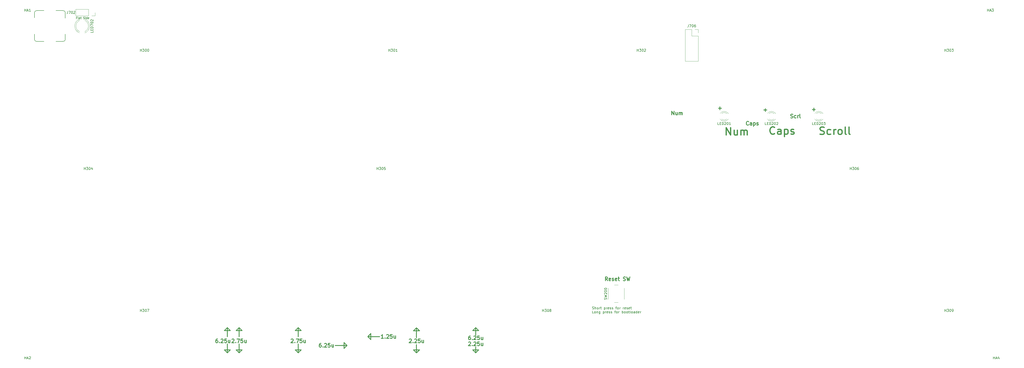
<source format=gbr>
G04 #@! TF.GenerationSoftware,KiCad,Pcbnew,7.0.1*
G04 #@! TF.CreationDate,2023-03-27T23:46:51-04:00*
G04 #@! TF.ProjectId,Boston-keyboard-V08JHA,426f7374-6f6e-42d6-9b65-79626f617264,rev?*
G04 #@! TF.SameCoordinates,Original*
G04 #@! TF.FileFunction,Legend,Top*
G04 #@! TF.FilePolarity,Positive*
%FSLAX46Y46*%
G04 Gerber Fmt 4.6, Leading zero omitted, Abs format (unit mm)*
G04 Created by KiCad (PCBNEW 7.0.1) date 2023-03-27 23:46:51*
%MOMM*%
%LPD*%
G01*
G04 APERTURE LIST*
%ADD10C,0.300000*%
%ADD11C,0.500000*%
%ADD12C,0.160000*%
%ADD13C,0.200000*%
%ADD14C,0.150000*%
%ADD15C,0.120000*%
G04 APERTURE END LIST*
D10*
X142200064Y-164390714D02*
X142200064Y-167962592D01*
X212409374Y-166796878D02*
X214790626Y-166796878D01*
X195182921Y-162604775D02*
X193992295Y-161414149D01*
X142200064Y-167962592D02*
X141009438Y-166771966D01*
X166012584Y-164390714D02*
X166012584Y-167962592D01*
X238640770Y-159032897D02*
X236259518Y-159032897D01*
X136246934Y-166771966D02*
X138628186Y-166771966D01*
X167203210Y-166771966D02*
X166012584Y-167962592D01*
X193992295Y-161414149D02*
X198754799Y-161414149D01*
X141009438Y-166771966D02*
X143390690Y-166771966D01*
X138628186Y-159032897D02*
X137437560Y-157842271D01*
X166012584Y-157842271D02*
X164821958Y-159032897D01*
X136246934Y-159032897D02*
X138628186Y-159032897D01*
X214790626Y-166796878D02*
X213600000Y-167987504D01*
X167203210Y-159032897D02*
X166012584Y-157842271D01*
X237450144Y-157842271D02*
X238640770Y-159032897D01*
X237450144Y-167962592D02*
X238640770Y-166771966D01*
X185657913Y-164986027D02*
X184467287Y-163795401D01*
X141009438Y-159032897D02*
X143390690Y-159032897D01*
X237450144Y-157842271D02*
X237450144Y-160818836D01*
X166012584Y-161414149D02*
X166012584Y-157842271D01*
X213600000Y-164649912D02*
X213600000Y-167987504D01*
X137437560Y-161414149D02*
X137437560Y-157842271D01*
X164821958Y-159032897D02*
X167203210Y-159032897D01*
X138628186Y-166771966D02*
X137437560Y-167962592D01*
X137437560Y-157842271D02*
X136246934Y-159032897D01*
X237450144Y-165581340D02*
X237450144Y-167962592D01*
X195182921Y-160223523D02*
X195182921Y-162604775D01*
X164821958Y-166771966D02*
X167203210Y-166771966D01*
X142200064Y-161414149D02*
X142200064Y-157842271D01*
X213600000Y-161849912D02*
X213600000Y-157867183D01*
X166012584Y-167962592D02*
X164821958Y-166771966D01*
X184467287Y-166176653D02*
X185657913Y-164986027D01*
X143390690Y-166771966D02*
X142200064Y-167962592D01*
X237450144Y-167962592D02*
X236259518Y-166771966D01*
X212409374Y-159057809D02*
X214790626Y-159057809D01*
X236259518Y-159032897D02*
X237450144Y-157842271D01*
X193992295Y-161414149D02*
X195182921Y-160223523D01*
X214790626Y-159057809D02*
X213600000Y-157867183D01*
X213600000Y-167987504D02*
X212409374Y-166796878D01*
X142200064Y-157842271D02*
X141009438Y-159032897D01*
X137437560Y-164390714D02*
X137437560Y-167962592D01*
X213600000Y-157867183D02*
X212409374Y-159057809D01*
X137437560Y-167962592D02*
X136246934Y-166771966D01*
X180895409Y-164986027D02*
X185657913Y-164986027D01*
X236259518Y-166771966D02*
X238640770Y-166771966D01*
X143390690Y-159032897D02*
X142200064Y-157842271D01*
X184467287Y-163795401D02*
X184467287Y-166176653D01*
D11*
X376029999Y-79895000D02*
X376458571Y-80037857D01*
X376458571Y-80037857D02*
X377172856Y-80037857D01*
X377172856Y-80037857D02*
X377458571Y-79895000D01*
X377458571Y-79895000D02*
X377601428Y-79752142D01*
X377601428Y-79752142D02*
X377744285Y-79466428D01*
X377744285Y-79466428D02*
X377744285Y-79180714D01*
X377744285Y-79180714D02*
X377601428Y-78895000D01*
X377601428Y-78895000D02*
X377458571Y-78752142D01*
X377458571Y-78752142D02*
X377172856Y-78609285D01*
X377172856Y-78609285D02*
X376601428Y-78466428D01*
X376601428Y-78466428D02*
X376315713Y-78323571D01*
X376315713Y-78323571D02*
X376172856Y-78180714D01*
X376172856Y-78180714D02*
X376029999Y-77895000D01*
X376029999Y-77895000D02*
X376029999Y-77609285D01*
X376029999Y-77609285D02*
X376172856Y-77323571D01*
X376172856Y-77323571D02*
X376315713Y-77180714D01*
X376315713Y-77180714D02*
X376601428Y-77037857D01*
X376601428Y-77037857D02*
X377315713Y-77037857D01*
X377315713Y-77037857D02*
X377744285Y-77180714D01*
X380315714Y-79895000D02*
X380029999Y-80037857D01*
X380029999Y-80037857D02*
X379458571Y-80037857D01*
X379458571Y-80037857D02*
X379172856Y-79895000D01*
X379172856Y-79895000D02*
X379029999Y-79752142D01*
X379029999Y-79752142D02*
X378887142Y-79466428D01*
X378887142Y-79466428D02*
X378887142Y-78609285D01*
X378887142Y-78609285D02*
X379029999Y-78323571D01*
X379029999Y-78323571D02*
X379172856Y-78180714D01*
X379172856Y-78180714D02*
X379458571Y-78037857D01*
X379458571Y-78037857D02*
X380029999Y-78037857D01*
X380029999Y-78037857D02*
X380315714Y-78180714D01*
X381601428Y-80037857D02*
X381601428Y-78037857D01*
X381601428Y-78609285D02*
X381744285Y-78323571D01*
X381744285Y-78323571D02*
X381887143Y-78180714D01*
X381887143Y-78180714D02*
X382172857Y-78037857D01*
X382172857Y-78037857D02*
X382458571Y-78037857D01*
X383887143Y-80037857D02*
X383601428Y-79895000D01*
X383601428Y-79895000D02*
X383458571Y-79752142D01*
X383458571Y-79752142D02*
X383315714Y-79466428D01*
X383315714Y-79466428D02*
X383315714Y-78609285D01*
X383315714Y-78609285D02*
X383458571Y-78323571D01*
X383458571Y-78323571D02*
X383601428Y-78180714D01*
X383601428Y-78180714D02*
X383887143Y-78037857D01*
X383887143Y-78037857D02*
X384315714Y-78037857D01*
X384315714Y-78037857D02*
X384601428Y-78180714D01*
X384601428Y-78180714D02*
X384744286Y-78323571D01*
X384744286Y-78323571D02*
X384887143Y-78609285D01*
X384887143Y-78609285D02*
X384887143Y-79466428D01*
X384887143Y-79466428D02*
X384744286Y-79752142D01*
X384744286Y-79752142D02*
X384601428Y-79895000D01*
X384601428Y-79895000D02*
X384315714Y-80037857D01*
X384315714Y-80037857D02*
X383887143Y-80037857D01*
X386601429Y-80037857D02*
X386315714Y-79895000D01*
X386315714Y-79895000D02*
X386172857Y-79609285D01*
X386172857Y-79609285D02*
X386172857Y-77037857D01*
X388172858Y-80037857D02*
X387887143Y-79895000D01*
X387887143Y-79895000D02*
X387744286Y-79609285D01*
X387744286Y-79609285D02*
X387744286Y-77037857D01*
D12*
X76933332Y-33076047D02*
X76666666Y-33076047D01*
X76666666Y-33495095D02*
X76666666Y-32695095D01*
X76666666Y-32695095D02*
X77047618Y-32695095D01*
X77466665Y-33495095D02*
X77390475Y-33457000D01*
X77390475Y-33457000D02*
X77352380Y-33380809D01*
X77352380Y-33380809D02*
X77352380Y-32695095D01*
X78114285Y-33495095D02*
X78114285Y-33076047D01*
X78114285Y-33076047D02*
X78076190Y-32999857D01*
X78076190Y-32999857D02*
X77999999Y-32961761D01*
X77999999Y-32961761D02*
X77847618Y-32961761D01*
X77847618Y-32961761D02*
X77771428Y-32999857D01*
X78114285Y-33457000D02*
X78038094Y-33495095D01*
X78038094Y-33495095D02*
X77847618Y-33495095D01*
X77847618Y-33495095D02*
X77771428Y-33457000D01*
X77771428Y-33457000D02*
X77733332Y-33380809D01*
X77733332Y-33380809D02*
X77733332Y-33304619D01*
X77733332Y-33304619D02*
X77771428Y-33228428D01*
X77771428Y-33228428D02*
X77847618Y-33190333D01*
X77847618Y-33190333D02*
X78038094Y-33190333D01*
X78038094Y-33190333D02*
X78114285Y-33152238D01*
X78380952Y-32961761D02*
X78685714Y-32961761D01*
X78495238Y-32695095D02*
X78495238Y-33380809D01*
X78495238Y-33380809D02*
X78533333Y-33457000D01*
X78533333Y-33457000D02*
X78609523Y-33495095D01*
X78609523Y-33495095D02*
X78685714Y-33495095D01*
X79523809Y-33457000D02*
X79638095Y-33495095D01*
X79638095Y-33495095D02*
X79828571Y-33495095D01*
X79828571Y-33495095D02*
X79904762Y-33457000D01*
X79904762Y-33457000D02*
X79942857Y-33418904D01*
X79942857Y-33418904D02*
X79980952Y-33342714D01*
X79980952Y-33342714D02*
X79980952Y-33266523D01*
X79980952Y-33266523D02*
X79942857Y-33190333D01*
X79942857Y-33190333D02*
X79904762Y-33152238D01*
X79904762Y-33152238D02*
X79828571Y-33114142D01*
X79828571Y-33114142D02*
X79676190Y-33076047D01*
X79676190Y-33076047D02*
X79600000Y-33037952D01*
X79600000Y-33037952D02*
X79561905Y-32999857D01*
X79561905Y-32999857D02*
X79523809Y-32923666D01*
X79523809Y-32923666D02*
X79523809Y-32847476D01*
X79523809Y-32847476D02*
X79561905Y-32771285D01*
X79561905Y-32771285D02*
X79600000Y-32733190D01*
X79600000Y-32733190D02*
X79676190Y-32695095D01*
X79676190Y-32695095D02*
X79866667Y-32695095D01*
X79866667Y-32695095D02*
X79980952Y-32733190D01*
X80323810Y-33495095D02*
X80323810Y-32961761D01*
X80323810Y-32695095D02*
X80285714Y-32733190D01*
X80285714Y-32733190D02*
X80323810Y-32771285D01*
X80323810Y-32771285D02*
X80361905Y-32733190D01*
X80361905Y-32733190D02*
X80323810Y-32695095D01*
X80323810Y-32695095D02*
X80323810Y-32771285D01*
X81047619Y-33495095D02*
X81047619Y-32695095D01*
X81047619Y-33457000D02*
X80971428Y-33495095D01*
X80971428Y-33495095D02*
X80819047Y-33495095D01*
X80819047Y-33495095D02*
X80742857Y-33457000D01*
X80742857Y-33457000D02*
X80704762Y-33418904D01*
X80704762Y-33418904D02*
X80666666Y-33342714D01*
X80666666Y-33342714D02*
X80666666Y-33114142D01*
X80666666Y-33114142D02*
X80704762Y-33037952D01*
X80704762Y-33037952D02*
X80742857Y-32999857D01*
X80742857Y-32999857D02*
X80819047Y-32961761D01*
X80819047Y-32961761D02*
X80971428Y-32961761D01*
X80971428Y-32961761D02*
X81047619Y-32999857D01*
X81733334Y-33457000D02*
X81657143Y-33495095D01*
X81657143Y-33495095D02*
X81504762Y-33495095D01*
X81504762Y-33495095D02*
X81428572Y-33457000D01*
X81428572Y-33457000D02*
X81390476Y-33380809D01*
X81390476Y-33380809D02*
X81390476Y-33076047D01*
X81390476Y-33076047D02*
X81428572Y-32999857D01*
X81428572Y-32999857D02*
X81504762Y-32961761D01*
X81504762Y-32961761D02*
X81657143Y-32961761D01*
X81657143Y-32961761D02*
X81733334Y-32999857D01*
X81733334Y-32999857D02*
X81771429Y-33076047D01*
X81771429Y-33076047D02*
X81771429Y-33152238D01*
X81771429Y-33152238D02*
X81390476Y-33228428D01*
D10*
X372978571Y-70032500D02*
X374121429Y-70032500D01*
X373550000Y-70603928D02*
X373550000Y-69461071D01*
D11*
X338305714Y-80277857D02*
X338305714Y-77277857D01*
X338305714Y-77277857D02*
X340020000Y-80277857D01*
X340020000Y-80277857D02*
X340020000Y-77277857D01*
X342734286Y-78277857D02*
X342734286Y-80277857D01*
X341448571Y-78277857D02*
X341448571Y-79849285D01*
X341448571Y-79849285D02*
X341591428Y-80135000D01*
X341591428Y-80135000D02*
X341877143Y-80277857D01*
X341877143Y-80277857D02*
X342305714Y-80277857D01*
X342305714Y-80277857D02*
X342591428Y-80135000D01*
X342591428Y-80135000D02*
X342734286Y-79992142D01*
X344162857Y-80277857D02*
X344162857Y-78277857D01*
X344162857Y-78563571D02*
X344305714Y-78420714D01*
X344305714Y-78420714D02*
X344591429Y-78277857D01*
X344591429Y-78277857D02*
X345020000Y-78277857D01*
X345020000Y-78277857D02*
X345305714Y-78420714D01*
X345305714Y-78420714D02*
X345448572Y-78706428D01*
X345448572Y-78706428D02*
X345448572Y-80277857D01*
X345448572Y-78706428D02*
X345591429Y-78420714D01*
X345591429Y-78420714D02*
X345877143Y-78277857D01*
X345877143Y-78277857D02*
X346305714Y-78277857D01*
X346305714Y-78277857D02*
X346591429Y-78420714D01*
X346591429Y-78420714D02*
X346734286Y-78706428D01*
X346734286Y-78706428D02*
X346734286Y-80277857D01*
D10*
X133473050Y-162394016D02*
X133187335Y-162394016D01*
X133187335Y-162394016D02*
X133044478Y-162465445D01*
X133044478Y-162465445D02*
X132973050Y-162536873D01*
X132973050Y-162536873D02*
X132830192Y-162751159D01*
X132830192Y-162751159D02*
X132758764Y-163036873D01*
X132758764Y-163036873D02*
X132758764Y-163608302D01*
X132758764Y-163608302D02*
X132830192Y-163751159D01*
X132830192Y-163751159D02*
X132901621Y-163822588D01*
X132901621Y-163822588D02*
X133044478Y-163894016D01*
X133044478Y-163894016D02*
X133330192Y-163894016D01*
X133330192Y-163894016D02*
X133473050Y-163822588D01*
X133473050Y-163822588D02*
X133544478Y-163751159D01*
X133544478Y-163751159D02*
X133615907Y-163608302D01*
X133615907Y-163608302D02*
X133615907Y-163251159D01*
X133615907Y-163251159D02*
X133544478Y-163108302D01*
X133544478Y-163108302D02*
X133473050Y-163036873D01*
X133473050Y-163036873D02*
X133330192Y-162965445D01*
X133330192Y-162965445D02*
X133044478Y-162965445D01*
X133044478Y-162965445D02*
X132901621Y-163036873D01*
X132901621Y-163036873D02*
X132830192Y-163108302D01*
X132830192Y-163108302D02*
X132758764Y-163251159D01*
X134258763Y-163751159D02*
X134330192Y-163822588D01*
X134330192Y-163822588D02*
X134258763Y-163894016D01*
X134258763Y-163894016D02*
X134187335Y-163822588D01*
X134187335Y-163822588D02*
X134258763Y-163751159D01*
X134258763Y-163751159D02*
X134258763Y-163894016D01*
X134901621Y-162536873D02*
X134973049Y-162465445D01*
X134973049Y-162465445D02*
X135115907Y-162394016D01*
X135115907Y-162394016D02*
X135473049Y-162394016D01*
X135473049Y-162394016D02*
X135615907Y-162465445D01*
X135615907Y-162465445D02*
X135687335Y-162536873D01*
X135687335Y-162536873D02*
X135758764Y-162679730D01*
X135758764Y-162679730D02*
X135758764Y-162822588D01*
X135758764Y-162822588D02*
X135687335Y-163036873D01*
X135687335Y-163036873D02*
X134830192Y-163894016D01*
X134830192Y-163894016D02*
X135758764Y-163894016D01*
X137115906Y-162394016D02*
X136401620Y-162394016D01*
X136401620Y-162394016D02*
X136330192Y-163108302D01*
X136330192Y-163108302D02*
X136401620Y-163036873D01*
X136401620Y-163036873D02*
X136544478Y-162965445D01*
X136544478Y-162965445D02*
X136901620Y-162965445D01*
X136901620Y-162965445D02*
X137044478Y-163036873D01*
X137044478Y-163036873D02*
X137115906Y-163108302D01*
X137115906Y-163108302D02*
X137187335Y-163251159D01*
X137187335Y-163251159D02*
X137187335Y-163608302D01*
X137187335Y-163608302D02*
X137115906Y-163751159D01*
X137115906Y-163751159D02*
X137044478Y-163822588D01*
X137044478Y-163822588D02*
X136901620Y-163894016D01*
X136901620Y-163894016D02*
X136544478Y-163894016D01*
X136544478Y-163894016D02*
X136401620Y-163822588D01*
X136401620Y-163822588D02*
X136330192Y-163751159D01*
X138473049Y-162894016D02*
X138473049Y-163894016D01*
X137830191Y-162894016D02*
X137830191Y-163679730D01*
X137830191Y-163679730D02*
X137901620Y-163822588D01*
X137901620Y-163822588D02*
X138044477Y-163894016D01*
X138044477Y-163894016D02*
X138258763Y-163894016D01*
X138258763Y-163894016D02*
X138401620Y-163822588D01*
X138401620Y-163822588D02*
X138473049Y-163751159D01*
X290500000Y-138918928D02*
X290000000Y-138204642D01*
X289642857Y-138918928D02*
X289642857Y-137418928D01*
X289642857Y-137418928D02*
X290214286Y-137418928D01*
X290214286Y-137418928D02*
X290357143Y-137490357D01*
X290357143Y-137490357D02*
X290428572Y-137561785D01*
X290428572Y-137561785D02*
X290500000Y-137704642D01*
X290500000Y-137704642D02*
X290500000Y-137918928D01*
X290500000Y-137918928D02*
X290428572Y-138061785D01*
X290428572Y-138061785D02*
X290357143Y-138133214D01*
X290357143Y-138133214D02*
X290214286Y-138204642D01*
X290214286Y-138204642D02*
X289642857Y-138204642D01*
X291714286Y-138847500D02*
X291571429Y-138918928D01*
X291571429Y-138918928D02*
X291285715Y-138918928D01*
X291285715Y-138918928D02*
X291142857Y-138847500D01*
X291142857Y-138847500D02*
X291071429Y-138704642D01*
X291071429Y-138704642D02*
X291071429Y-138133214D01*
X291071429Y-138133214D02*
X291142857Y-137990357D01*
X291142857Y-137990357D02*
X291285715Y-137918928D01*
X291285715Y-137918928D02*
X291571429Y-137918928D01*
X291571429Y-137918928D02*
X291714286Y-137990357D01*
X291714286Y-137990357D02*
X291785715Y-138133214D01*
X291785715Y-138133214D02*
X291785715Y-138276071D01*
X291785715Y-138276071D02*
X291071429Y-138418928D01*
X292357143Y-138847500D02*
X292500000Y-138918928D01*
X292500000Y-138918928D02*
X292785714Y-138918928D01*
X292785714Y-138918928D02*
X292928571Y-138847500D01*
X292928571Y-138847500D02*
X293000000Y-138704642D01*
X293000000Y-138704642D02*
X293000000Y-138633214D01*
X293000000Y-138633214D02*
X292928571Y-138490357D01*
X292928571Y-138490357D02*
X292785714Y-138418928D01*
X292785714Y-138418928D02*
X292571429Y-138418928D01*
X292571429Y-138418928D02*
X292428571Y-138347500D01*
X292428571Y-138347500D02*
X292357143Y-138204642D01*
X292357143Y-138204642D02*
X292357143Y-138133214D01*
X292357143Y-138133214D02*
X292428571Y-137990357D01*
X292428571Y-137990357D02*
X292571429Y-137918928D01*
X292571429Y-137918928D02*
X292785714Y-137918928D01*
X292785714Y-137918928D02*
X292928571Y-137990357D01*
X294214286Y-138847500D02*
X294071429Y-138918928D01*
X294071429Y-138918928D02*
X293785715Y-138918928D01*
X293785715Y-138918928D02*
X293642857Y-138847500D01*
X293642857Y-138847500D02*
X293571429Y-138704642D01*
X293571429Y-138704642D02*
X293571429Y-138133214D01*
X293571429Y-138133214D02*
X293642857Y-137990357D01*
X293642857Y-137990357D02*
X293785715Y-137918928D01*
X293785715Y-137918928D02*
X294071429Y-137918928D01*
X294071429Y-137918928D02*
X294214286Y-137990357D01*
X294214286Y-137990357D02*
X294285715Y-138133214D01*
X294285715Y-138133214D02*
X294285715Y-138276071D01*
X294285715Y-138276071D02*
X293571429Y-138418928D01*
X294714286Y-137918928D02*
X295285714Y-137918928D01*
X294928571Y-137418928D02*
X294928571Y-138704642D01*
X294928571Y-138704642D02*
X295000000Y-138847500D01*
X295000000Y-138847500D02*
X295142857Y-138918928D01*
X295142857Y-138918928D02*
X295285714Y-138918928D01*
X296857143Y-138847500D02*
X297071429Y-138918928D01*
X297071429Y-138918928D02*
X297428571Y-138918928D01*
X297428571Y-138918928D02*
X297571429Y-138847500D01*
X297571429Y-138847500D02*
X297642857Y-138776071D01*
X297642857Y-138776071D02*
X297714286Y-138633214D01*
X297714286Y-138633214D02*
X297714286Y-138490357D01*
X297714286Y-138490357D02*
X297642857Y-138347500D01*
X297642857Y-138347500D02*
X297571429Y-138276071D01*
X297571429Y-138276071D02*
X297428571Y-138204642D01*
X297428571Y-138204642D02*
X297142857Y-138133214D01*
X297142857Y-138133214D02*
X297000000Y-138061785D01*
X297000000Y-138061785D02*
X296928571Y-137990357D01*
X296928571Y-137990357D02*
X296857143Y-137847500D01*
X296857143Y-137847500D02*
X296857143Y-137704642D01*
X296857143Y-137704642D02*
X296928571Y-137561785D01*
X296928571Y-137561785D02*
X297000000Y-137490357D01*
X297000000Y-137490357D02*
X297142857Y-137418928D01*
X297142857Y-137418928D02*
X297500000Y-137418928D01*
X297500000Y-137418928D02*
X297714286Y-137490357D01*
X298214285Y-137418928D02*
X298571428Y-138918928D01*
X298571428Y-138918928D02*
X298857142Y-137847500D01*
X298857142Y-137847500D02*
X299142857Y-138918928D01*
X299142857Y-138918928D02*
X299500000Y-137418928D01*
X200290963Y-162108077D02*
X199433820Y-162108077D01*
X199862391Y-162108077D02*
X199862391Y-160608077D01*
X199862391Y-160608077D02*
X199719534Y-160822363D01*
X199719534Y-160822363D02*
X199576677Y-160965220D01*
X199576677Y-160965220D02*
X199433820Y-161036649D01*
X200933819Y-161965220D02*
X201005248Y-162036649D01*
X201005248Y-162036649D02*
X200933819Y-162108077D01*
X200933819Y-162108077D02*
X200862391Y-162036649D01*
X200862391Y-162036649D02*
X200933819Y-161965220D01*
X200933819Y-161965220D02*
X200933819Y-162108077D01*
X201576677Y-160750934D02*
X201648105Y-160679506D01*
X201648105Y-160679506D02*
X201790963Y-160608077D01*
X201790963Y-160608077D02*
X202148105Y-160608077D01*
X202148105Y-160608077D02*
X202290963Y-160679506D01*
X202290963Y-160679506D02*
X202362391Y-160750934D01*
X202362391Y-160750934D02*
X202433820Y-160893791D01*
X202433820Y-160893791D02*
X202433820Y-161036649D01*
X202433820Y-161036649D02*
X202362391Y-161250934D01*
X202362391Y-161250934D02*
X201505248Y-162108077D01*
X201505248Y-162108077D02*
X202433820Y-162108077D01*
X203790962Y-160608077D02*
X203076676Y-160608077D01*
X203076676Y-160608077D02*
X203005248Y-161322363D01*
X203005248Y-161322363D02*
X203076676Y-161250934D01*
X203076676Y-161250934D02*
X203219534Y-161179506D01*
X203219534Y-161179506D02*
X203576676Y-161179506D01*
X203576676Y-161179506D02*
X203719534Y-161250934D01*
X203719534Y-161250934D02*
X203790962Y-161322363D01*
X203790962Y-161322363D02*
X203862391Y-161465220D01*
X203862391Y-161465220D02*
X203862391Y-161822363D01*
X203862391Y-161822363D02*
X203790962Y-161965220D01*
X203790962Y-161965220D02*
X203719534Y-162036649D01*
X203719534Y-162036649D02*
X203576676Y-162108077D01*
X203576676Y-162108077D02*
X203219534Y-162108077D01*
X203219534Y-162108077D02*
X203076676Y-162036649D01*
X203076676Y-162036649D02*
X203005248Y-161965220D01*
X205148105Y-161108077D02*
X205148105Y-162108077D01*
X204505247Y-161108077D02*
X204505247Y-161893791D01*
X204505247Y-161893791D02*
X204576676Y-162036649D01*
X204576676Y-162036649D02*
X204719533Y-162108077D01*
X204719533Y-162108077D02*
X204933819Y-162108077D01*
X204933819Y-162108077D02*
X205076676Y-162036649D01*
X205076676Y-162036649D02*
X205148105Y-161965220D01*
X353428571Y-70212500D02*
X354571429Y-70212500D01*
X354000000Y-70783928D02*
X354000000Y-69641071D01*
D11*
X357760000Y-79662142D02*
X357617143Y-79805000D01*
X357617143Y-79805000D02*
X357188571Y-79947857D01*
X357188571Y-79947857D02*
X356902857Y-79947857D01*
X356902857Y-79947857D02*
X356474286Y-79805000D01*
X356474286Y-79805000D02*
X356188571Y-79519285D01*
X356188571Y-79519285D02*
X356045714Y-79233571D01*
X356045714Y-79233571D02*
X355902857Y-78662142D01*
X355902857Y-78662142D02*
X355902857Y-78233571D01*
X355902857Y-78233571D02*
X356045714Y-77662142D01*
X356045714Y-77662142D02*
X356188571Y-77376428D01*
X356188571Y-77376428D02*
X356474286Y-77090714D01*
X356474286Y-77090714D02*
X356902857Y-76947857D01*
X356902857Y-76947857D02*
X357188571Y-76947857D01*
X357188571Y-76947857D02*
X357617143Y-77090714D01*
X357617143Y-77090714D02*
X357760000Y-77233571D01*
X360331429Y-79947857D02*
X360331429Y-78376428D01*
X360331429Y-78376428D02*
X360188571Y-78090714D01*
X360188571Y-78090714D02*
X359902857Y-77947857D01*
X359902857Y-77947857D02*
X359331429Y-77947857D01*
X359331429Y-77947857D02*
X359045714Y-78090714D01*
X360331429Y-79805000D02*
X360045714Y-79947857D01*
X360045714Y-79947857D02*
X359331429Y-79947857D01*
X359331429Y-79947857D02*
X359045714Y-79805000D01*
X359045714Y-79805000D02*
X358902857Y-79519285D01*
X358902857Y-79519285D02*
X358902857Y-79233571D01*
X358902857Y-79233571D02*
X359045714Y-78947857D01*
X359045714Y-78947857D02*
X359331429Y-78805000D01*
X359331429Y-78805000D02*
X360045714Y-78805000D01*
X360045714Y-78805000D02*
X360331429Y-78662142D01*
X361760000Y-77947857D02*
X361760000Y-80947857D01*
X361760000Y-78090714D02*
X362045715Y-77947857D01*
X362045715Y-77947857D02*
X362617143Y-77947857D01*
X362617143Y-77947857D02*
X362902857Y-78090714D01*
X362902857Y-78090714D02*
X363045715Y-78233571D01*
X363045715Y-78233571D02*
X363188572Y-78519285D01*
X363188572Y-78519285D02*
X363188572Y-79376428D01*
X363188572Y-79376428D02*
X363045715Y-79662142D01*
X363045715Y-79662142D02*
X362902857Y-79805000D01*
X362902857Y-79805000D02*
X362617143Y-79947857D01*
X362617143Y-79947857D02*
X362045715Y-79947857D01*
X362045715Y-79947857D02*
X361760000Y-79805000D01*
X364331429Y-79805000D02*
X364617143Y-79947857D01*
X364617143Y-79947857D02*
X365188572Y-79947857D01*
X365188572Y-79947857D02*
X365474286Y-79805000D01*
X365474286Y-79805000D02*
X365617143Y-79519285D01*
X365617143Y-79519285D02*
X365617143Y-79376428D01*
X365617143Y-79376428D02*
X365474286Y-79090714D01*
X365474286Y-79090714D02*
X365188572Y-78947857D01*
X365188572Y-78947857D02*
X364760001Y-78947857D01*
X364760001Y-78947857D02*
X364474286Y-78805000D01*
X364474286Y-78805000D02*
X364331429Y-78519285D01*
X364331429Y-78519285D02*
X364331429Y-78376428D01*
X364331429Y-78376428D02*
X364474286Y-78090714D01*
X364474286Y-78090714D02*
X364760001Y-77947857D01*
X364760001Y-77947857D02*
X365188572Y-77947857D01*
X365188572Y-77947857D02*
X365474286Y-78090714D01*
D10*
X316382856Y-72163928D02*
X316382856Y-70663928D01*
X316382856Y-70663928D02*
X317239999Y-72163928D01*
X317239999Y-72163928D02*
X317239999Y-70663928D01*
X318597143Y-71163928D02*
X318597143Y-72163928D01*
X317954285Y-71163928D02*
X317954285Y-71949642D01*
X317954285Y-71949642D02*
X318025714Y-72092500D01*
X318025714Y-72092500D02*
X318168571Y-72163928D01*
X318168571Y-72163928D02*
X318382857Y-72163928D01*
X318382857Y-72163928D02*
X318525714Y-72092500D01*
X318525714Y-72092500D02*
X318597143Y-72021071D01*
X319311428Y-72163928D02*
X319311428Y-71163928D01*
X319311428Y-71306785D02*
X319382857Y-71235357D01*
X319382857Y-71235357D02*
X319525714Y-71163928D01*
X319525714Y-71163928D02*
X319740000Y-71163928D01*
X319740000Y-71163928D02*
X319882857Y-71235357D01*
X319882857Y-71235357D02*
X319954286Y-71378214D01*
X319954286Y-71378214D02*
X319954286Y-72163928D01*
X319954286Y-71378214D02*
X320025714Y-71235357D01*
X320025714Y-71235357D02*
X320168571Y-71163928D01*
X320168571Y-71163928D02*
X320382857Y-71163928D01*
X320382857Y-71163928D02*
X320525714Y-71235357D01*
X320525714Y-71235357D02*
X320597143Y-71378214D01*
X320597143Y-71378214D02*
X320597143Y-72163928D01*
X347289999Y-76141071D02*
X347218571Y-76212500D01*
X347218571Y-76212500D02*
X347004285Y-76283928D01*
X347004285Y-76283928D02*
X346861428Y-76283928D01*
X346861428Y-76283928D02*
X346647142Y-76212500D01*
X346647142Y-76212500D02*
X346504285Y-76069642D01*
X346504285Y-76069642D02*
X346432856Y-75926785D01*
X346432856Y-75926785D02*
X346361428Y-75641071D01*
X346361428Y-75641071D02*
X346361428Y-75426785D01*
X346361428Y-75426785D02*
X346432856Y-75141071D01*
X346432856Y-75141071D02*
X346504285Y-74998214D01*
X346504285Y-74998214D02*
X346647142Y-74855357D01*
X346647142Y-74855357D02*
X346861428Y-74783928D01*
X346861428Y-74783928D02*
X347004285Y-74783928D01*
X347004285Y-74783928D02*
X347218571Y-74855357D01*
X347218571Y-74855357D02*
X347289999Y-74926785D01*
X348575714Y-76283928D02*
X348575714Y-75498214D01*
X348575714Y-75498214D02*
X348504285Y-75355357D01*
X348504285Y-75355357D02*
X348361428Y-75283928D01*
X348361428Y-75283928D02*
X348075714Y-75283928D01*
X348075714Y-75283928D02*
X347932856Y-75355357D01*
X348575714Y-76212500D02*
X348432856Y-76283928D01*
X348432856Y-76283928D02*
X348075714Y-76283928D01*
X348075714Y-76283928D02*
X347932856Y-76212500D01*
X347932856Y-76212500D02*
X347861428Y-76069642D01*
X347861428Y-76069642D02*
X347861428Y-75926785D01*
X347861428Y-75926785D02*
X347932856Y-75783928D01*
X347932856Y-75783928D02*
X348075714Y-75712500D01*
X348075714Y-75712500D02*
X348432856Y-75712500D01*
X348432856Y-75712500D02*
X348575714Y-75641071D01*
X349289999Y-75283928D02*
X349289999Y-76783928D01*
X349289999Y-75355357D02*
X349432857Y-75283928D01*
X349432857Y-75283928D02*
X349718571Y-75283928D01*
X349718571Y-75283928D02*
X349861428Y-75355357D01*
X349861428Y-75355357D02*
X349932857Y-75426785D01*
X349932857Y-75426785D02*
X350004285Y-75569642D01*
X350004285Y-75569642D02*
X350004285Y-75998214D01*
X350004285Y-75998214D02*
X349932857Y-76141071D01*
X349932857Y-76141071D02*
X349861428Y-76212500D01*
X349861428Y-76212500D02*
X349718571Y-76283928D01*
X349718571Y-76283928D02*
X349432857Y-76283928D01*
X349432857Y-76283928D02*
X349289999Y-76212500D01*
X350575714Y-76212500D02*
X350718571Y-76283928D01*
X350718571Y-76283928D02*
X351004285Y-76283928D01*
X351004285Y-76283928D02*
X351147142Y-76212500D01*
X351147142Y-76212500D02*
X351218571Y-76069642D01*
X351218571Y-76069642D02*
X351218571Y-75998214D01*
X351218571Y-75998214D02*
X351147142Y-75855357D01*
X351147142Y-75855357D02*
X351004285Y-75783928D01*
X351004285Y-75783928D02*
X350790000Y-75783928D01*
X350790000Y-75783928D02*
X350647142Y-75712500D01*
X350647142Y-75712500D02*
X350575714Y-75569642D01*
X350575714Y-75569642D02*
X350575714Y-75498214D01*
X350575714Y-75498214D02*
X350647142Y-75355357D01*
X350647142Y-75355357D02*
X350790000Y-75283928D01*
X350790000Y-75283928D02*
X351004285Y-75283928D01*
X351004285Y-75283928D02*
X351147142Y-75355357D01*
X364231429Y-73312500D02*
X364445715Y-73383928D01*
X364445715Y-73383928D02*
X364802857Y-73383928D01*
X364802857Y-73383928D02*
X364945715Y-73312500D01*
X364945715Y-73312500D02*
X365017143Y-73241071D01*
X365017143Y-73241071D02*
X365088572Y-73098214D01*
X365088572Y-73098214D02*
X365088572Y-72955357D01*
X365088572Y-72955357D02*
X365017143Y-72812500D01*
X365017143Y-72812500D02*
X364945715Y-72741071D01*
X364945715Y-72741071D02*
X364802857Y-72669642D01*
X364802857Y-72669642D02*
X364517143Y-72598214D01*
X364517143Y-72598214D02*
X364374286Y-72526785D01*
X364374286Y-72526785D02*
X364302857Y-72455357D01*
X364302857Y-72455357D02*
X364231429Y-72312500D01*
X364231429Y-72312500D02*
X364231429Y-72169642D01*
X364231429Y-72169642D02*
X364302857Y-72026785D01*
X364302857Y-72026785D02*
X364374286Y-71955357D01*
X364374286Y-71955357D02*
X364517143Y-71883928D01*
X364517143Y-71883928D02*
X364874286Y-71883928D01*
X364874286Y-71883928D02*
X365088572Y-71955357D01*
X366374286Y-73312500D02*
X366231428Y-73383928D01*
X366231428Y-73383928D02*
X365945714Y-73383928D01*
X365945714Y-73383928D02*
X365802857Y-73312500D01*
X365802857Y-73312500D02*
X365731428Y-73241071D01*
X365731428Y-73241071D02*
X365660000Y-73098214D01*
X365660000Y-73098214D02*
X365660000Y-72669642D01*
X365660000Y-72669642D02*
X365731428Y-72526785D01*
X365731428Y-72526785D02*
X365802857Y-72455357D01*
X365802857Y-72455357D02*
X365945714Y-72383928D01*
X365945714Y-72383928D02*
X366231428Y-72383928D01*
X366231428Y-72383928D02*
X366374286Y-72455357D01*
X367017142Y-73383928D02*
X367017142Y-72383928D01*
X367017142Y-72669642D02*
X367088571Y-72526785D01*
X367088571Y-72526785D02*
X367160000Y-72455357D01*
X367160000Y-72455357D02*
X367302857Y-72383928D01*
X367302857Y-72383928D02*
X367445714Y-72383928D01*
X368159999Y-73383928D02*
X368017142Y-73312500D01*
X368017142Y-73312500D02*
X367945713Y-73169642D01*
X367945713Y-73169642D02*
X367945713Y-71883928D01*
X175144960Y-164179955D02*
X174859245Y-164179955D01*
X174859245Y-164179955D02*
X174716388Y-164251384D01*
X174716388Y-164251384D02*
X174644960Y-164322812D01*
X174644960Y-164322812D02*
X174502102Y-164537098D01*
X174502102Y-164537098D02*
X174430674Y-164822812D01*
X174430674Y-164822812D02*
X174430674Y-165394241D01*
X174430674Y-165394241D02*
X174502102Y-165537098D01*
X174502102Y-165537098D02*
X174573531Y-165608527D01*
X174573531Y-165608527D02*
X174716388Y-165679955D01*
X174716388Y-165679955D02*
X175002102Y-165679955D01*
X175002102Y-165679955D02*
X175144960Y-165608527D01*
X175144960Y-165608527D02*
X175216388Y-165537098D01*
X175216388Y-165537098D02*
X175287817Y-165394241D01*
X175287817Y-165394241D02*
X175287817Y-165037098D01*
X175287817Y-165037098D02*
X175216388Y-164894241D01*
X175216388Y-164894241D02*
X175144960Y-164822812D01*
X175144960Y-164822812D02*
X175002102Y-164751384D01*
X175002102Y-164751384D02*
X174716388Y-164751384D01*
X174716388Y-164751384D02*
X174573531Y-164822812D01*
X174573531Y-164822812D02*
X174502102Y-164894241D01*
X174502102Y-164894241D02*
X174430674Y-165037098D01*
X175930673Y-165537098D02*
X176002102Y-165608527D01*
X176002102Y-165608527D02*
X175930673Y-165679955D01*
X175930673Y-165679955D02*
X175859245Y-165608527D01*
X175859245Y-165608527D02*
X175930673Y-165537098D01*
X175930673Y-165537098D02*
X175930673Y-165679955D01*
X176573531Y-164322812D02*
X176644959Y-164251384D01*
X176644959Y-164251384D02*
X176787817Y-164179955D01*
X176787817Y-164179955D02*
X177144959Y-164179955D01*
X177144959Y-164179955D02*
X177287817Y-164251384D01*
X177287817Y-164251384D02*
X177359245Y-164322812D01*
X177359245Y-164322812D02*
X177430674Y-164465669D01*
X177430674Y-164465669D02*
X177430674Y-164608527D01*
X177430674Y-164608527D02*
X177359245Y-164822812D01*
X177359245Y-164822812D02*
X176502102Y-165679955D01*
X176502102Y-165679955D02*
X177430674Y-165679955D01*
X178787816Y-164179955D02*
X178073530Y-164179955D01*
X178073530Y-164179955D02*
X178002102Y-164894241D01*
X178002102Y-164894241D02*
X178073530Y-164822812D01*
X178073530Y-164822812D02*
X178216388Y-164751384D01*
X178216388Y-164751384D02*
X178573530Y-164751384D01*
X178573530Y-164751384D02*
X178716388Y-164822812D01*
X178716388Y-164822812D02*
X178787816Y-164894241D01*
X178787816Y-164894241D02*
X178859245Y-165037098D01*
X178859245Y-165037098D02*
X178859245Y-165394241D01*
X178859245Y-165394241D02*
X178787816Y-165537098D01*
X178787816Y-165537098D02*
X178716388Y-165608527D01*
X178716388Y-165608527D02*
X178573530Y-165679955D01*
X178573530Y-165679955D02*
X178216388Y-165679955D01*
X178216388Y-165679955D02*
X178073530Y-165608527D01*
X178073530Y-165608527D02*
X178002102Y-165537098D01*
X180144959Y-164679955D02*
X180144959Y-165679955D01*
X179502101Y-164679955D02*
X179502101Y-165465669D01*
X179502101Y-165465669D02*
X179573530Y-165608527D01*
X179573530Y-165608527D02*
X179716387Y-165679955D01*
X179716387Y-165679955D02*
X179930673Y-165679955D01*
X179930673Y-165679955D02*
X180073530Y-165608527D01*
X180073530Y-165608527D02*
X180144959Y-165537098D01*
X335198571Y-69512500D02*
X336341429Y-69512500D01*
X335770000Y-70083928D02*
X335770000Y-68941071D01*
X163119727Y-162536873D02*
X163191155Y-162465445D01*
X163191155Y-162465445D02*
X163334013Y-162394016D01*
X163334013Y-162394016D02*
X163691155Y-162394016D01*
X163691155Y-162394016D02*
X163834013Y-162465445D01*
X163834013Y-162465445D02*
X163905441Y-162536873D01*
X163905441Y-162536873D02*
X163976870Y-162679730D01*
X163976870Y-162679730D02*
X163976870Y-162822588D01*
X163976870Y-162822588D02*
X163905441Y-163036873D01*
X163905441Y-163036873D02*
X163048298Y-163894016D01*
X163048298Y-163894016D02*
X163976870Y-163894016D01*
X164619726Y-163751159D02*
X164691155Y-163822588D01*
X164691155Y-163822588D02*
X164619726Y-163894016D01*
X164619726Y-163894016D02*
X164548298Y-163822588D01*
X164548298Y-163822588D02*
X164619726Y-163751159D01*
X164619726Y-163751159D02*
X164619726Y-163894016D01*
X165191155Y-162394016D02*
X166191155Y-162394016D01*
X166191155Y-162394016D02*
X165548298Y-163894016D01*
X167476869Y-162394016D02*
X166762583Y-162394016D01*
X166762583Y-162394016D02*
X166691155Y-163108302D01*
X166691155Y-163108302D02*
X166762583Y-163036873D01*
X166762583Y-163036873D02*
X166905441Y-162965445D01*
X166905441Y-162965445D02*
X167262583Y-162965445D01*
X167262583Y-162965445D02*
X167405441Y-163036873D01*
X167405441Y-163036873D02*
X167476869Y-163108302D01*
X167476869Y-163108302D02*
X167548298Y-163251159D01*
X167548298Y-163251159D02*
X167548298Y-163608302D01*
X167548298Y-163608302D02*
X167476869Y-163751159D01*
X167476869Y-163751159D02*
X167405441Y-163822588D01*
X167405441Y-163822588D02*
X167262583Y-163894016D01*
X167262583Y-163894016D02*
X166905441Y-163894016D01*
X166905441Y-163894016D02*
X166762583Y-163822588D01*
X166762583Y-163822588D02*
X166691155Y-163751159D01*
X168834012Y-162894016D02*
X168834012Y-163894016D01*
X168191154Y-162894016D02*
X168191154Y-163679730D01*
X168191154Y-163679730D02*
X168262583Y-163822588D01*
X168262583Y-163822588D02*
X168405440Y-163894016D01*
X168405440Y-163894016D02*
X168619726Y-163894016D01*
X168619726Y-163894016D02*
X168762583Y-163822588D01*
X168762583Y-163822588D02*
X168834012Y-163751159D01*
X210707143Y-162561785D02*
X210778571Y-162490357D01*
X210778571Y-162490357D02*
X210921429Y-162418928D01*
X210921429Y-162418928D02*
X211278571Y-162418928D01*
X211278571Y-162418928D02*
X211421429Y-162490357D01*
X211421429Y-162490357D02*
X211492857Y-162561785D01*
X211492857Y-162561785D02*
X211564286Y-162704642D01*
X211564286Y-162704642D02*
X211564286Y-162847500D01*
X211564286Y-162847500D02*
X211492857Y-163061785D01*
X211492857Y-163061785D02*
X210635714Y-163918928D01*
X210635714Y-163918928D02*
X211564286Y-163918928D01*
X212207142Y-163776071D02*
X212278571Y-163847500D01*
X212278571Y-163847500D02*
X212207142Y-163918928D01*
X212207142Y-163918928D02*
X212135714Y-163847500D01*
X212135714Y-163847500D02*
X212207142Y-163776071D01*
X212207142Y-163776071D02*
X212207142Y-163918928D01*
X212850000Y-162561785D02*
X212921428Y-162490357D01*
X212921428Y-162490357D02*
X213064286Y-162418928D01*
X213064286Y-162418928D02*
X213421428Y-162418928D01*
X213421428Y-162418928D02*
X213564286Y-162490357D01*
X213564286Y-162490357D02*
X213635714Y-162561785D01*
X213635714Y-162561785D02*
X213707143Y-162704642D01*
X213707143Y-162704642D02*
X213707143Y-162847500D01*
X213707143Y-162847500D02*
X213635714Y-163061785D01*
X213635714Y-163061785D02*
X212778571Y-163918928D01*
X212778571Y-163918928D02*
X213707143Y-163918928D01*
X215064285Y-162418928D02*
X214349999Y-162418928D01*
X214349999Y-162418928D02*
X214278571Y-163133214D01*
X214278571Y-163133214D02*
X214349999Y-163061785D01*
X214349999Y-163061785D02*
X214492857Y-162990357D01*
X214492857Y-162990357D02*
X214849999Y-162990357D01*
X214849999Y-162990357D02*
X214992857Y-163061785D01*
X214992857Y-163061785D02*
X215064285Y-163133214D01*
X215064285Y-163133214D02*
X215135714Y-163276071D01*
X215135714Y-163276071D02*
X215135714Y-163633214D01*
X215135714Y-163633214D02*
X215064285Y-163776071D01*
X215064285Y-163776071D02*
X214992857Y-163847500D01*
X214992857Y-163847500D02*
X214849999Y-163918928D01*
X214849999Y-163918928D02*
X214492857Y-163918928D01*
X214492857Y-163918928D02*
X214349999Y-163847500D01*
X214349999Y-163847500D02*
X214278571Y-163776071D01*
X216421428Y-162918928D02*
X216421428Y-163918928D01*
X215778570Y-162918928D02*
X215778570Y-163704642D01*
X215778570Y-163704642D02*
X215849999Y-163847500D01*
X215849999Y-163847500D02*
X215992856Y-163918928D01*
X215992856Y-163918928D02*
X216207142Y-163918928D01*
X216207142Y-163918928D02*
X216349999Y-163847500D01*
X216349999Y-163847500D02*
X216421428Y-163776071D01*
X235271573Y-161179016D02*
X234985858Y-161179016D01*
X234985858Y-161179016D02*
X234843001Y-161250445D01*
X234843001Y-161250445D02*
X234771573Y-161321873D01*
X234771573Y-161321873D02*
X234628715Y-161536159D01*
X234628715Y-161536159D02*
X234557287Y-161821873D01*
X234557287Y-161821873D02*
X234557287Y-162393302D01*
X234557287Y-162393302D02*
X234628715Y-162536159D01*
X234628715Y-162536159D02*
X234700144Y-162607588D01*
X234700144Y-162607588D02*
X234843001Y-162679016D01*
X234843001Y-162679016D02*
X235128715Y-162679016D01*
X235128715Y-162679016D02*
X235271573Y-162607588D01*
X235271573Y-162607588D02*
X235343001Y-162536159D01*
X235343001Y-162536159D02*
X235414430Y-162393302D01*
X235414430Y-162393302D02*
X235414430Y-162036159D01*
X235414430Y-162036159D02*
X235343001Y-161893302D01*
X235343001Y-161893302D02*
X235271573Y-161821873D01*
X235271573Y-161821873D02*
X235128715Y-161750445D01*
X235128715Y-161750445D02*
X234843001Y-161750445D01*
X234843001Y-161750445D02*
X234700144Y-161821873D01*
X234700144Y-161821873D02*
X234628715Y-161893302D01*
X234628715Y-161893302D02*
X234557287Y-162036159D01*
X236057286Y-162536159D02*
X236128715Y-162607588D01*
X236128715Y-162607588D02*
X236057286Y-162679016D01*
X236057286Y-162679016D02*
X235985858Y-162607588D01*
X235985858Y-162607588D02*
X236057286Y-162536159D01*
X236057286Y-162536159D02*
X236057286Y-162679016D01*
X236700144Y-161321873D02*
X236771572Y-161250445D01*
X236771572Y-161250445D02*
X236914430Y-161179016D01*
X236914430Y-161179016D02*
X237271572Y-161179016D01*
X237271572Y-161179016D02*
X237414430Y-161250445D01*
X237414430Y-161250445D02*
X237485858Y-161321873D01*
X237485858Y-161321873D02*
X237557287Y-161464730D01*
X237557287Y-161464730D02*
X237557287Y-161607588D01*
X237557287Y-161607588D02*
X237485858Y-161821873D01*
X237485858Y-161821873D02*
X236628715Y-162679016D01*
X236628715Y-162679016D02*
X237557287Y-162679016D01*
X238914429Y-161179016D02*
X238200143Y-161179016D01*
X238200143Y-161179016D02*
X238128715Y-161893302D01*
X238128715Y-161893302D02*
X238200143Y-161821873D01*
X238200143Y-161821873D02*
X238343001Y-161750445D01*
X238343001Y-161750445D02*
X238700143Y-161750445D01*
X238700143Y-161750445D02*
X238843001Y-161821873D01*
X238843001Y-161821873D02*
X238914429Y-161893302D01*
X238914429Y-161893302D02*
X238985858Y-162036159D01*
X238985858Y-162036159D02*
X238985858Y-162393302D01*
X238985858Y-162393302D02*
X238914429Y-162536159D01*
X238914429Y-162536159D02*
X238843001Y-162607588D01*
X238843001Y-162607588D02*
X238700143Y-162679016D01*
X238700143Y-162679016D02*
X238343001Y-162679016D01*
X238343001Y-162679016D02*
X238200143Y-162607588D01*
X238200143Y-162607588D02*
X238128715Y-162536159D01*
X240271572Y-161679016D02*
X240271572Y-162679016D01*
X239628714Y-161679016D02*
X239628714Y-162464730D01*
X239628714Y-162464730D02*
X239700143Y-162607588D01*
X239700143Y-162607588D02*
X239843000Y-162679016D01*
X239843000Y-162679016D02*
X240057286Y-162679016D01*
X240057286Y-162679016D02*
X240200143Y-162607588D01*
X240200143Y-162607588D02*
X240271572Y-162536159D01*
X234557287Y-163751873D02*
X234628715Y-163680445D01*
X234628715Y-163680445D02*
X234771573Y-163609016D01*
X234771573Y-163609016D02*
X235128715Y-163609016D01*
X235128715Y-163609016D02*
X235271573Y-163680445D01*
X235271573Y-163680445D02*
X235343001Y-163751873D01*
X235343001Y-163751873D02*
X235414430Y-163894730D01*
X235414430Y-163894730D02*
X235414430Y-164037588D01*
X235414430Y-164037588D02*
X235343001Y-164251873D01*
X235343001Y-164251873D02*
X234485858Y-165109016D01*
X234485858Y-165109016D02*
X235414430Y-165109016D01*
X236057286Y-164966159D02*
X236128715Y-165037588D01*
X236128715Y-165037588D02*
X236057286Y-165109016D01*
X236057286Y-165109016D02*
X235985858Y-165037588D01*
X235985858Y-165037588D02*
X236057286Y-164966159D01*
X236057286Y-164966159D02*
X236057286Y-165109016D01*
X236700144Y-163751873D02*
X236771572Y-163680445D01*
X236771572Y-163680445D02*
X236914430Y-163609016D01*
X236914430Y-163609016D02*
X237271572Y-163609016D01*
X237271572Y-163609016D02*
X237414430Y-163680445D01*
X237414430Y-163680445D02*
X237485858Y-163751873D01*
X237485858Y-163751873D02*
X237557287Y-163894730D01*
X237557287Y-163894730D02*
X237557287Y-164037588D01*
X237557287Y-164037588D02*
X237485858Y-164251873D01*
X237485858Y-164251873D02*
X236628715Y-165109016D01*
X236628715Y-165109016D02*
X237557287Y-165109016D01*
X238914429Y-163609016D02*
X238200143Y-163609016D01*
X238200143Y-163609016D02*
X238128715Y-164323302D01*
X238128715Y-164323302D02*
X238200143Y-164251873D01*
X238200143Y-164251873D02*
X238343001Y-164180445D01*
X238343001Y-164180445D02*
X238700143Y-164180445D01*
X238700143Y-164180445D02*
X238843001Y-164251873D01*
X238843001Y-164251873D02*
X238914429Y-164323302D01*
X238914429Y-164323302D02*
X238985858Y-164466159D01*
X238985858Y-164466159D02*
X238985858Y-164823302D01*
X238985858Y-164823302D02*
X238914429Y-164966159D01*
X238914429Y-164966159D02*
X238843001Y-165037588D01*
X238843001Y-165037588D02*
X238700143Y-165109016D01*
X238700143Y-165109016D02*
X238343001Y-165109016D01*
X238343001Y-165109016D02*
X238200143Y-165037588D01*
X238200143Y-165037588D02*
X238128715Y-164966159D01*
X240271572Y-164109016D02*
X240271572Y-165109016D01*
X239628714Y-164109016D02*
X239628714Y-164894730D01*
X239628714Y-164894730D02*
X239700143Y-165037588D01*
X239700143Y-165037588D02*
X239843000Y-165109016D01*
X239843000Y-165109016D02*
X240057286Y-165109016D01*
X240057286Y-165109016D02*
X240200143Y-165037588D01*
X240200143Y-165037588D02*
X240271572Y-164966159D01*
D13*
X284390476Y-150330000D02*
X284533333Y-150377619D01*
X284533333Y-150377619D02*
X284771428Y-150377619D01*
X284771428Y-150377619D02*
X284866666Y-150330000D01*
X284866666Y-150330000D02*
X284914285Y-150282380D01*
X284914285Y-150282380D02*
X284961904Y-150187142D01*
X284961904Y-150187142D02*
X284961904Y-150091904D01*
X284961904Y-150091904D02*
X284914285Y-149996666D01*
X284914285Y-149996666D02*
X284866666Y-149949047D01*
X284866666Y-149949047D02*
X284771428Y-149901428D01*
X284771428Y-149901428D02*
X284580952Y-149853809D01*
X284580952Y-149853809D02*
X284485714Y-149806190D01*
X284485714Y-149806190D02*
X284438095Y-149758571D01*
X284438095Y-149758571D02*
X284390476Y-149663333D01*
X284390476Y-149663333D02*
X284390476Y-149568095D01*
X284390476Y-149568095D02*
X284438095Y-149472857D01*
X284438095Y-149472857D02*
X284485714Y-149425238D01*
X284485714Y-149425238D02*
X284580952Y-149377619D01*
X284580952Y-149377619D02*
X284819047Y-149377619D01*
X284819047Y-149377619D02*
X284961904Y-149425238D01*
X285390476Y-150377619D02*
X285390476Y-149377619D01*
X285819047Y-150377619D02*
X285819047Y-149853809D01*
X285819047Y-149853809D02*
X285771428Y-149758571D01*
X285771428Y-149758571D02*
X285676190Y-149710952D01*
X285676190Y-149710952D02*
X285533333Y-149710952D01*
X285533333Y-149710952D02*
X285438095Y-149758571D01*
X285438095Y-149758571D02*
X285390476Y-149806190D01*
X286438095Y-150377619D02*
X286342857Y-150330000D01*
X286342857Y-150330000D02*
X286295238Y-150282380D01*
X286295238Y-150282380D02*
X286247619Y-150187142D01*
X286247619Y-150187142D02*
X286247619Y-149901428D01*
X286247619Y-149901428D02*
X286295238Y-149806190D01*
X286295238Y-149806190D02*
X286342857Y-149758571D01*
X286342857Y-149758571D02*
X286438095Y-149710952D01*
X286438095Y-149710952D02*
X286580952Y-149710952D01*
X286580952Y-149710952D02*
X286676190Y-149758571D01*
X286676190Y-149758571D02*
X286723809Y-149806190D01*
X286723809Y-149806190D02*
X286771428Y-149901428D01*
X286771428Y-149901428D02*
X286771428Y-150187142D01*
X286771428Y-150187142D02*
X286723809Y-150282380D01*
X286723809Y-150282380D02*
X286676190Y-150330000D01*
X286676190Y-150330000D02*
X286580952Y-150377619D01*
X286580952Y-150377619D02*
X286438095Y-150377619D01*
X287200000Y-150377619D02*
X287200000Y-149710952D01*
X287200000Y-149901428D02*
X287247619Y-149806190D01*
X287247619Y-149806190D02*
X287295238Y-149758571D01*
X287295238Y-149758571D02*
X287390476Y-149710952D01*
X287390476Y-149710952D02*
X287485714Y-149710952D01*
X287676191Y-149710952D02*
X288057143Y-149710952D01*
X287819048Y-149377619D02*
X287819048Y-150234761D01*
X287819048Y-150234761D02*
X287866667Y-150330000D01*
X287866667Y-150330000D02*
X287961905Y-150377619D01*
X287961905Y-150377619D02*
X288057143Y-150377619D01*
X289152382Y-149710952D02*
X289152382Y-150710952D01*
X289152382Y-149758571D02*
X289247620Y-149710952D01*
X289247620Y-149710952D02*
X289438096Y-149710952D01*
X289438096Y-149710952D02*
X289533334Y-149758571D01*
X289533334Y-149758571D02*
X289580953Y-149806190D01*
X289580953Y-149806190D02*
X289628572Y-149901428D01*
X289628572Y-149901428D02*
X289628572Y-150187142D01*
X289628572Y-150187142D02*
X289580953Y-150282380D01*
X289580953Y-150282380D02*
X289533334Y-150330000D01*
X289533334Y-150330000D02*
X289438096Y-150377619D01*
X289438096Y-150377619D02*
X289247620Y-150377619D01*
X289247620Y-150377619D02*
X289152382Y-150330000D01*
X290057144Y-150377619D02*
X290057144Y-149710952D01*
X290057144Y-149901428D02*
X290104763Y-149806190D01*
X290104763Y-149806190D02*
X290152382Y-149758571D01*
X290152382Y-149758571D02*
X290247620Y-149710952D01*
X290247620Y-149710952D02*
X290342858Y-149710952D01*
X291057144Y-150330000D02*
X290961906Y-150377619D01*
X290961906Y-150377619D02*
X290771430Y-150377619D01*
X290771430Y-150377619D02*
X290676192Y-150330000D01*
X290676192Y-150330000D02*
X290628573Y-150234761D01*
X290628573Y-150234761D02*
X290628573Y-149853809D01*
X290628573Y-149853809D02*
X290676192Y-149758571D01*
X290676192Y-149758571D02*
X290771430Y-149710952D01*
X290771430Y-149710952D02*
X290961906Y-149710952D01*
X290961906Y-149710952D02*
X291057144Y-149758571D01*
X291057144Y-149758571D02*
X291104763Y-149853809D01*
X291104763Y-149853809D02*
X291104763Y-149949047D01*
X291104763Y-149949047D02*
X290628573Y-150044285D01*
X291485716Y-150330000D02*
X291580954Y-150377619D01*
X291580954Y-150377619D02*
X291771430Y-150377619D01*
X291771430Y-150377619D02*
X291866668Y-150330000D01*
X291866668Y-150330000D02*
X291914287Y-150234761D01*
X291914287Y-150234761D02*
X291914287Y-150187142D01*
X291914287Y-150187142D02*
X291866668Y-150091904D01*
X291866668Y-150091904D02*
X291771430Y-150044285D01*
X291771430Y-150044285D02*
X291628573Y-150044285D01*
X291628573Y-150044285D02*
X291533335Y-149996666D01*
X291533335Y-149996666D02*
X291485716Y-149901428D01*
X291485716Y-149901428D02*
X291485716Y-149853809D01*
X291485716Y-149853809D02*
X291533335Y-149758571D01*
X291533335Y-149758571D02*
X291628573Y-149710952D01*
X291628573Y-149710952D02*
X291771430Y-149710952D01*
X291771430Y-149710952D02*
X291866668Y-149758571D01*
X292295240Y-150330000D02*
X292390478Y-150377619D01*
X292390478Y-150377619D02*
X292580954Y-150377619D01*
X292580954Y-150377619D02*
X292676192Y-150330000D01*
X292676192Y-150330000D02*
X292723811Y-150234761D01*
X292723811Y-150234761D02*
X292723811Y-150187142D01*
X292723811Y-150187142D02*
X292676192Y-150091904D01*
X292676192Y-150091904D02*
X292580954Y-150044285D01*
X292580954Y-150044285D02*
X292438097Y-150044285D01*
X292438097Y-150044285D02*
X292342859Y-149996666D01*
X292342859Y-149996666D02*
X292295240Y-149901428D01*
X292295240Y-149901428D02*
X292295240Y-149853809D01*
X292295240Y-149853809D02*
X292342859Y-149758571D01*
X292342859Y-149758571D02*
X292438097Y-149710952D01*
X292438097Y-149710952D02*
X292580954Y-149710952D01*
X292580954Y-149710952D02*
X292676192Y-149758571D01*
X293771431Y-149710952D02*
X294152383Y-149710952D01*
X293914288Y-150377619D02*
X293914288Y-149520476D01*
X293914288Y-149520476D02*
X293961907Y-149425238D01*
X293961907Y-149425238D02*
X294057145Y-149377619D01*
X294057145Y-149377619D02*
X294152383Y-149377619D01*
X294628574Y-150377619D02*
X294533336Y-150330000D01*
X294533336Y-150330000D02*
X294485717Y-150282380D01*
X294485717Y-150282380D02*
X294438098Y-150187142D01*
X294438098Y-150187142D02*
X294438098Y-149901428D01*
X294438098Y-149901428D02*
X294485717Y-149806190D01*
X294485717Y-149806190D02*
X294533336Y-149758571D01*
X294533336Y-149758571D02*
X294628574Y-149710952D01*
X294628574Y-149710952D02*
X294771431Y-149710952D01*
X294771431Y-149710952D02*
X294866669Y-149758571D01*
X294866669Y-149758571D02*
X294914288Y-149806190D01*
X294914288Y-149806190D02*
X294961907Y-149901428D01*
X294961907Y-149901428D02*
X294961907Y-150187142D01*
X294961907Y-150187142D02*
X294914288Y-150282380D01*
X294914288Y-150282380D02*
X294866669Y-150330000D01*
X294866669Y-150330000D02*
X294771431Y-150377619D01*
X294771431Y-150377619D02*
X294628574Y-150377619D01*
X295390479Y-150377619D02*
X295390479Y-149710952D01*
X295390479Y-149901428D02*
X295438098Y-149806190D01*
X295438098Y-149806190D02*
X295485717Y-149758571D01*
X295485717Y-149758571D02*
X295580955Y-149710952D01*
X295580955Y-149710952D02*
X295676193Y-149710952D01*
X296771432Y-150377619D02*
X296771432Y-149710952D01*
X296771432Y-149901428D02*
X296819051Y-149806190D01*
X296819051Y-149806190D02*
X296866670Y-149758571D01*
X296866670Y-149758571D02*
X296961908Y-149710952D01*
X296961908Y-149710952D02*
X297057146Y-149710952D01*
X297771432Y-150330000D02*
X297676194Y-150377619D01*
X297676194Y-150377619D02*
X297485718Y-150377619D01*
X297485718Y-150377619D02*
X297390480Y-150330000D01*
X297390480Y-150330000D02*
X297342861Y-150234761D01*
X297342861Y-150234761D02*
X297342861Y-149853809D01*
X297342861Y-149853809D02*
X297390480Y-149758571D01*
X297390480Y-149758571D02*
X297485718Y-149710952D01*
X297485718Y-149710952D02*
X297676194Y-149710952D01*
X297676194Y-149710952D02*
X297771432Y-149758571D01*
X297771432Y-149758571D02*
X297819051Y-149853809D01*
X297819051Y-149853809D02*
X297819051Y-149949047D01*
X297819051Y-149949047D02*
X297342861Y-150044285D01*
X298200004Y-150330000D02*
X298295242Y-150377619D01*
X298295242Y-150377619D02*
X298485718Y-150377619D01*
X298485718Y-150377619D02*
X298580956Y-150330000D01*
X298580956Y-150330000D02*
X298628575Y-150234761D01*
X298628575Y-150234761D02*
X298628575Y-150187142D01*
X298628575Y-150187142D02*
X298580956Y-150091904D01*
X298580956Y-150091904D02*
X298485718Y-150044285D01*
X298485718Y-150044285D02*
X298342861Y-150044285D01*
X298342861Y-150044285D02*
X298247623Y-149996666D01*
X298247623Y-149996666D02*
X298200004Y-149901428D01*
X298200004Y-149901428D02*
X298200004Y-149853809D01*
X298200004Y-149853809D02*
X298247623Y-149758571D01*
X298247623Y-149758571D02*
X298342861Y-149710952D01*
X298342861Y-149710952D02*
X298485718Y-149710952D01*
X298485718Y-149710952D02*
X298580956Y-149758571D01*
X299438099Y-150330000D02*
X299342861Y-150377619D01*
X299342861Y-150377619D02*
X299152385Y-150377619D01*
X299152385Y-150377619D02*
X299057147Y-150330000D01*
X299057147Y-150330000D02*
X299009528Y-150234761D01*
X299009528Y-150234761D02*
X299009528Y-149853809D01*
X299009528Y-149853809D02*
X299057147Y-149758571D01*
X299057147Y-149758571D02*
X299152385Y-149710952D01*
X299152385Y-149710952D02*
X299342861Y-149710952D01*
X299342861Y-149710952D02*
X299438099Y-149758571D01*
X299438099Y-149758571D02*
X299485718Y-149853809D01*
X299485718Y-149853809D02*
X299485718Y-149949047D01*
X299485718Y-149949047D02*
X299009528Y-150044285D01*
X299771433Y-149710952D02*
X300152385Y-149710952D01*
X299914290Y-149377619D02*
X299914290Y-150234761D01*
X299914290Y-150234761D02*
X299961909Y-150330000D01*
X299961909Y-150330000D02*
X300057147Y-150377619D01*
X300057147Y-150377619D02*
X300152385Y-150377619D01*
X284914285Y-151997619D02*
X284438095Y-151997619D01*
X284438095Y-151997619D02*
X284438095Y-150997619D01*
X285390476Y-151997619D02*
X285295238Y-151950000D01*
X285295238Y-151950000D02*
X285247619Y-151902380D01*
X285247619Y-151902380D02*
X285200000Y-151807142D01*
X285200000Y-151807142D02*
X285200000Y-151521428D01*
X285200000Y-151521428D02*
X285247619Y-151426190D01*
X285247619Y-151426190D02*
X285295238Y-151378571D01*
X285295238Y-151378571D02*
X285390476Y-151330952D01*
X285390476Y-151330952D02*
X285533333Y-151330952D01*
X285533333Y-151330952D02*
X285628571Y-151378571D01*
X285628571Y-151378571D02*
X285676190Y-151426190D01*
X285676190Y-151426190D02*
X285723809Y-151521428D01*
X285723809Y-151521428D02*
X285723809Y-151807142D01*
X285723809Y-151807142D02*
X285676190Y-151902380D01*
X285676190Y-151902380D02*
X285628571Y-151950000D01*
X285628571Y-151950000D02*
X285533333Y-151997619D01*
X285533333Y-151997619D02*
X285390476Y-151997619D01*
X286152381Y-151330952D02*
X286152381Y-151997619D01*
X286152381Y-151426190D02*
X286200000Y-151378571D01*
X286200000Y-151378571D02*
X286295238Y-151330952D01*
X286295238Y-151330952D02*
X286438095Y-151330952D01*
X286438095Y-151330952D02*
X286533333Y-151378571D01*
X286533333Y-151378571D02*
X286580952Y-151473809D01*
X286580952Y-151473809D02*
X286580952Y-151997619D01*
X287485714Y-151330952D02*
X287485714Y-152140476D01*
X287485714Y-152140476D02*
X287438095Y-152235714D01*
X287438095Y-152235714D02*
X287390476Y-152283333D01*
X287390476Y-152283333D02*
X287295238Y-152330952D01*
X287295238Y-152330952D02*
X287152381Y-152330952D01*
X287152381Y-152330952D02*
X287057143Y-152283333D01*
X287485714Y-151950000D02*
X287390476Y-151997619D01*
X287390476Y-151997619D02*
X287200000Y-151997619D01*
X287200000Y-151997619D02*
X287104762Y-151950000D01*
X287104762Y-151950000D02*
X287057143Y-151902380D01*
X287057143Y-151902380D02*
X287009524Y-151807142D01*
X287009524Y-151807142D02*
X287009524Y-151521428D01*
X287009524Y-151521428D02*
X287057143Y-151426190D01*
X287057143Y-151426190D02*
X287104762Y-151378571D01*
X287104762Y-151378571D02*
X287200000Y-151330952D01*
X287200000Y-151330952D02*
X287390476Y-151330952D01*
X287390476Y-151330952D02*
X287485714Y-151378571D01*
X288723810Y-151330952D02*
X288723810Y-152330952D01*
X288723810Y-151378571D02*
X288819048Y-151330952D01*
X288819048Y-151330952D02*
X289009524Y-151330952D01*
X289009524Y-151330952D02*
X289104762Y-151378571D01*
X289104762Y-151378571D02*
X289152381Y-151426190D01*
X289152381Y-151426190D02*
X289200000Y-151521428D01*
X289200000Y-151521428D02*
X289200000Y-151807142D01*
X289200000Y-151807142D02*
X289152381Y-151902380D01*
X289152381Y-151902380D02*
X289104762Y-151950000D01*
X289104762Y-151950000D02*
X289009524Y-151997619D01*
X289009524Y-151997619D02*
X288819048Y-151997619D01*
X288819048Y-151997619D02*
X288723810Y-151950000D01*
X289628572Y-151997619D02*
X289628572Y-151330952D01*
X289628572Y-151521428D02*
X289676191Y-151426190D01*
X289676191Y-151426190D02*
X289723810Y-151378571D01*
X289723810Y-151378571D02*
X289819048Y-151330952D01*
X289819048Y-151330952D02*
X289914286Y-151330952D01*
X290628572Y-151950000D02*
X290533334Y-151997619D01*
X290533334Y-151997619D02*
X290342858Y-151997619D01*
X290342858Y-151997619D02*
X290247620Y-151950000D01*
X290247620Y-151950000D02*
X290200001Y-151854761D01*
X290200001Y-151854761D02*
X290200001Y-151473809D01*
X290200001Y-151473809D02*
X290247620Y-151378571D01*
X290247620Y-151378571D02*
X290342858Y-151330952D01*
X290342858Y-151330952D02*
X290533334Y-151330952D01*
X290533334Y-151330952D02*
X290628572Y-151378571D01*
X290628572Y-151378571D02*
X290676191Y-151473809D01*
X290676191Y-151473809D02*
X290676191Y-151569047D01*
X290676191Y-151569047D02*
X290200001Y-151664285D01*
X291057144Y-151950000D02*
X291152382Y-151997619D01*
X291152382Y-151997619D02*
X291342858Y-151997619D01*
X291342858Y-151997619D02*
X291438096Y-151950000D01*
X291438096Y-151950000D02*
X291485715Y-151854761D01*
X291485715Y-151854761D02*
X291485715Y-151807142D01*
X291485715Y-151807142D02*
X291438096Y-151711904D01*
X291438096Y-151711904D02*
X291342858Y-151664285D01*
X291342858Y-151664285D02*
X291200001Y-151664285D01*
X291200001Y-151664285D02*
X291104763Y-151616666D01*
X291104763Y-151616666D02*
X291057144Y-151521428D01*
X291057144Y-151521428D02*
X291057144Y-151473809D01*
X291057144Y-151473809D02*
X291104763Y-151378571D01*
X291104763Y-151378571D02*
X291200001Y-151330952D01*
X291200001Y-151330952D02*
X291342858Y-151330952D01*
X291342858Y-151330952D02*
X291438096Y-151378571D01*
X291866668Y-151950000D02*
X291961906Y-151997619D01*
X291961906Y-151997619D02*
X292152382Y-151997619D01*
X292152382Y-151997619D02*
X292247620Y-151950000D01*
X292247620Y-151950000D02*
X292295239Y-151854761D01*
X292295239Y-151854761D02*
X292295239Y-151807142D01*
X292295239Y-151807142D02*
X292247620Y-151711904D01*
X292247620Y-151711904D02*
X292152382Y-151664285D01*
X292152382Y-151664285D02*
X292009525Y-151664285D01*
X292009525Y-151664285D02*
X291914287Y-151616666D01*
X291914287Y-151616666D02*
X291866668Y-151521428D01*
X291866668Y-151521428D02*
X291866668Y-151473809D01*
X291866668Y-151473809D02*
X291914287Y-151378571D01*
X291914287Y-151378571D02*
X292009525Y-151330952D01*
X292009525Y-151330952D02*
X292152382Y-151330952D01*
X292152382Y-151330952D02*
X292247620Y-151378571D01*
X293342859Y-151330952D02*
X293723811Y-151330952D01*
X293485716Y-151997619D02*
X293485716Y-151140476D01*
X293485716Y-151140476D02*
X293533335Y-151045238D01*
X293533335Y-151045238D02*
X293628573Y-150997619D01*
X293628573Y-150997619D02*
X293723811Y-150997619D01*
X294200002Y-151997619D02*
X294104764Y-151950000D01*
X294104764Y-151950000D02*
X294057145Y-151902380D01*
X294057145Y-151902380D02*
X294009526Y-151807142D01*
X294009526Y-151807142D02*
X294009526Y-151521428D01*
X294009526Y-151521428D02*
X294057145Y-151426190D01*
X294057145Y-151426190D02*
X294104764Y-151378571D01*
X294104764Y-151378571D02*
X294200002Y-151330952D01*
X294200002Y-151330952D02*
X294342859Y-151330952D01*
X294342859Y-151330952D02*
X294438097Y-151378571D01*
X294438097Y-151378571D02*
X294485716Y-151426190D01*
X294485716Y-151426190D02*
X294533335Y-151521428D01*
X294533335Y-151521428D02*
X294533335Y-151807142D01*
X294533335Y-151807142D02*
X294485716Y-151902380D01*
X294485716Y-151902380D02*
X294438097Y-151950000D01*
X294438097Y-151950000D02*
X294342859Y-151997619D01*
X294342859Y-151997619D02*
X294200002Y-151997619D01*
X294961907Y-151997619D02*
X294961907Y-151330952D01*
X294961907Y-151521428D02*
X295009526Y-151426190D01*
X295009526Y-151426190D02*
X295057145Y-151378571D01*
X295057145Y-151378571D02*
X295152383Y-151330952D01*
X295152383Y-151330952D02*
X295247621Y-151330952D01*
X296342860Y-151997619D02*
X296342860Y-150997619D01*
X296342860Y-151378571D02*
X296438098Y-151330952D01*
X296438098Y-151330952D02*
X296628574Y-151330952D01*
X296628574Y-151330952D02*
X296723812Y-151378571D01*
X296723812Y-151378571D02*
X296771431Y-151426190D01*
X296771431Y-151426190D02*
X296819050Y-151521428D01*
X296819050Y-151521428D02*
X296819050Y-151807142D01*
X296819050Y-151807142D02*
X296771431Y-151902380D01*
X296771431Y-151902380D02*
X296723812Y-151950000D01*
X296723812Y-151950000D02*
X296628574Y-151997619D01*
X296628574Y-151997619D02*
X296438098Y-151997619D01*
X296438098Y-151997619D02*
X296342860Y-151950000D01*
X297390479Y-151997619D02*
X297295241Y-151950000D01*
X297295241Y-151950000D02*
X297247622Y-151902380D01*
X297247622Y-151902380D02*
X297200003Y-151807142D01*
X297200003Y-151807142D02*
X297200003Y-151521428D01*
X297200003Y-151521428D02*
X297247622Y-151426190D01*
X297247622Y-151426190D02*
X297295241Y-151378571D01*
X297295241Y-151378571D02*
X297390479Y-151330952D01*
X297390479Y-151330952D02*
X297533336Y-151330952D01*
X297533336Y-151330952D02*
X297628574Y-151378571D01*
X297628574Y-151378571D02*
X297676193Y-151426190D01*
X297676193Y-151426190D02*
X297723812Y-151521428D01*
X297723812Y-151521428D02*
X297723812Y-151807142D01*
X297723812Y-151807142D02*
X297676193Y-151902380D01*
X297676193Y-151902380D02*
X297628574Y-151950000D01*
X297628574Y-151950000D02*
X297533336Y-151997619D01*
X297533336Y-151997619D02*
X297390479Y-151997619D01*
X298295241Y-151997619D02*
X298200003Y-151950000D01*
X298200003Y-151950000D02*
X298152384Y-151902380D01*
X298152384Y-151902380D02*
X298104765Y-151807142D01*
X298104765Y-151807142D02*
X298104765Y-151521428D01*
X298104765Y-151521428D02*
X298152384Y-151426190D01*
X298152384Y-151426190D02*
X298200003Y-151378571D01*
X298200003Y-151378571D02*
X298295241Y-151330952D01*
X298295241Y-151330952D02*
X298438098Y-151330952D01*
X298438098Y-151330952D02*
X298533336Y-151378571D01*
X298533336Y-151378571D02*
X298580955Y-151426190D01*
X298580955Y-151426190D02*
X298628574Y-151521428D01*
X298628574Y-151521428D02*
X298628574Y-151807142D01*
X298628574Y-151807142D02*
X298580955Y-151902380D01*
X298580955Y-151902380D02*
X298533336Y-151950000D01*
X298533336Y-151950000D02*
X298438098Y-151997619D01*
X298438098Y-151997619D02*
X298295241Y-151997619D01*
X298914289Y-151330952D02*
X299295241Y-151330952D01*
X299057146Y-150997619D02*
X299057146Y-151854761D01*
X299057146Y-151854761D02*
X299104765Y-151950000D01*
X299104765Y-151950000D02*
X299200003Y-151997619D01*
X299200003Y-151997619D02*
X299295241Y-151997619D01*
X299771432Y-151997619D02*
X299676194Y-151950000D01*
X299676194Y-151950000D02*
X299628575Y-151854761D01*
X299628575Y-151854761D02*
X299628575Y-150997619D01*
X300295242Y-151997619D02*
X300200004Y-151950000D01*
X300200004Y-151950000D02*
X300152385Y-151902380D01*
X300152385Y-151902380D02*
X300104766Y-151807142D01*
X300104766Y-151807142D02*
X300104766Y-151521428D01*
X300104766Y-151521428D02*
X300152385Y-151426190D01*
X300152385Y-151426190D02*
X300200004Y-151378571D01*
X300200004Y-151378571D02*
X300295242Y-151330952D01*
X300295242Y-151330952D02*
X300438099Y-151330952D01*
X300438099Y-151330952D02*
X300533337Y-151378571D01*
X300533337Y-151378571D02*
X300580956Y-151426190D01*
X300580956Y-151426190D02*
X300628575Y-151521428D01*
X300628575Y-151521428D02*
X300628575Y-151807142D01*
X300628575Y-151807142D02*
X300580956Y-151902380D01*
X300580956Y-151902380D02*
X300533337Y-151950000D01*
X300533337Y-151950000D02*
X300438099Y-151997619D01*
X300438099Y-151997619D02*
X300295242Y-151997619D01*
X301485718Y-151997619D02*
X301485718Y-151473809D01*
X301485718Y-151473809D02*
X301438099Y-151378571D01*
X301438099Y-151378571D02*
X301342861Y-151330952D01*
X301342861Y-151330952D02*
X301152385Y-151330952D01*
X301152385Y-151330952D02*
X301057147Y-151378571D01*
X301485718Y-151950000D02*
X301390480Y-151997619D01*
X301390480Y-151997619D02*
X301152385Y-151997619D01*
X301152385Y-151997619D02*
X301057147Y-151950000D01*
X301057147Y-151950000D02*
X301009528Y-151854761D01*
X301009528Y-151854761D02*
X301009528Y-151759523D01*
X301009528Y-151759523D02*
X301057147Y-151664285D01*
X301057147Y-151664285D02*
X301152385Y-151616666D01*
X301152385Y-151616666D02*
X301390480Y-151616666D01*
X301390480Y-151616666D02*
X301485718Y-151569047D01*
X302390480Y-151997619D02*
X302390480Y-150997619D01*
X302390480Y-151950000D02*
X302295242Y-151997619D01*
X302295242Y-151997619D02*
X302104766Y-151997619D01*
X302104766Y-151997619D02*
X302009528Y-151950000D01*
X302009528Y-151950000D02*
X301961909Y-151902380D01*
X301961909Y-151902380D02*
X301914290Y-151807142D01*
X301914290Y-151807142D02*
X301914290Y-151521428D01*
X301914290Y-151521428D02*
X301961909Y-151426190D01*
X301961909Y-151426190D02*
X302009528Y-151378571D01*
X302009528Y-151378571D02*
X302104766Y-151330952D01*
X302104766Y-151330952D02*
X302295242Y-151330952D01*
X302295242Y-151330952D02*
X302390480Y-151378571D01*
X303247623Y-151950000D02*
X303152385Y-151997619D01*
X303152385Y-151997619D02*
X302961909Y-151997619D01*
X302961909Y-151997619D02*
X302866671Y-151950000D01*
X302866671Y-151950000D02*
X302819052Y-151854761D01*
X302819052Y-151854761D02*
X302819052Y-151473809D01*
X302819052Y-151473809D02*
X302866671Y-151378571D01*
X302866671Y-151378571D02*
X302961909Y-151330952D01*
X302961909Y-151330952D02*
X303152385Y-151330952D01*
X303152385Y-151330952D02*
X303247623Y-151378571D01*
X303247623Y-151378571D02*
X303295242Y-151473809D01*
X303295242Y-151473809D02*
X303295242Y-151569047D01*
X303295242Y-151569047D02*
X302819052Y-151664285D01*
X303723814Y-151997619D02*
X303723814Y-151330952D01*
X303723814Y-151521428D02*
X303771433Y-151426190D01*
X303771433Y-151426190D02*
X303819052Y-151378571D01*
X303819052Y-151378571D02*
X303914290Y-151330952D01*
X303914290Y-151330952D02*
X304009528Y-151330952D01*
D10*
X139307207Y-162536873D02*
X139378635Y-162465445D01*
X139378635Y-162465445D02*
X139521493Y-162394016D01*
X139521493Y-162394016D02*
X139878635Y-162394016D01*
X139878635Y-162394016D02*
X140021493Y-162465445D01*
X140021493Y-162465445D02*
X140092921Y-162536873D01*
X140092921Y-162536873D02*
X140164350Y-162679730D01*
X140164350Y-162679730D02*
X140164350Y-162822588D01*
X140164350Y-162822588D02*
X140092921Y-163036873D01*
X140092921Y-163036873D02*
X139235778Y-163894016D01*
X139235778Y-163894016D02*
X140164350Y-163894016D01*
X140807206Y-163751159D02*
X140878635Y-163822588D01*
X140878635Y-163822588D02*
X140807206Y-163894016D01*
X140807206Y-163894016D02*
X140735778Y-163822588D01*
X140735778Y-163822588D02*
X140807206Y-163751159D01*
X140807206Y-163751159D02*
X140807206Y-163894016D01*
X141378635Y-162394016D02*
X142378635Y-162394016D01*
X142378635Y-162394016D02*
X141735778Y-163894016D01*
X143664349Y-162394016D02*
X142950063Y-162394016D01*
X142950063Y-162394016D02*
X142878635Y-163108302D01*
X142878635Y-163108302D02*
X142950063Y-163036873D01*
X142950063Y-163036873D02*
X143092921Y-162965445D01*
X143092921Y-162965445D02*
X143450063Y-162965445D01*
X143450063Y-162965445D02*
X143592921Y-163036873D01*
X143592921Y-163036873D02*
X143664349Y-163108302D01*
X143664349Y-163108302D02*
X143735778Y-163251159D01*
X143735778Y-163251159D02*
X143735778Y-163608302D01*
X143735778Y-163608302D02*
X143664349Y-163751159D01*
X143664349Y-163751159D02*
X143592921Y-163822588D01*
X143592921Y-163822588D02*
X143450063Y-163894016D01*
X143450063Y-163894016D02*
X143092921Y-163894016D01*
X143092921Y-163894016D02*
X142950063Y-163822588D01*
X142950063Y-163822588D02*
X142878635Y-163751159D01*
X145021492Y-162894016D02*
X145021492Y-163894016D01*
X144378634Y-162894016D02*
X144378634Y-163679730D01*
X144378634Y-163679730D02*
X144450063Y-163822588D01*
X144450063Y-163822588D02*
X144592920Y-163894016D01*
X144592920Y-163894016D02*
X144807206Y-163894016D01*
X144807206Y-163894016D02*
X144950063Y-163822588D01*
X144950063Y-163822588D02*
X145021492Y-163751159D01*
D14*
X302410914Y-46612611D02*
X302410914Y-45612611D01*
X302410914Y-46088801D02*
X302982342Y-46088801D01*
X302982342Y-46612611D02*
X302982342Y-45612611D01*
X303363295Y-45612611D02*
X303982342Y-45612611D01*
X303982342Y-45612611D02*
X303649009Y-45993563D01*
X303649009Y-45993563D02*
X303791866Y-45993563D01*
X303791866Y-45993563D02*
X303887104Y-46041182D01*
X303887104Y-46041182D02*
X303934723Y-46088801D01*
X303934723Y-46088801D02*
X303982342Y-46184039D01*
X303982342Y-46184039D02*
X303982342Y-46422134D01*
X303982342Y-46422134D02*
X303934723Y-46517372D01*
X303934723Y-46517372D02*
X303887104Y-46564992D01*
X303887104Y-46564992D02*
X303791866Y-46612611D01*
X303791866Y-46612611D02*
X303506152Y-46612611D01*
X303506152Y-46612611D02*
X303410914Y-46564992D01*
X303410914Y-46564992D02*
X303363295Y-46517372D01*
X304601390Y-45612611D02*
X304696628Y-45612611D01*
X304696628Y-45612611D02*
X304791866Y-45660230D01*
X304791866Y-45660230D02*
X304839485Y-45707849D01*
X304839485Y-45707849D02*
X304887104Y-45803087D01*
X304887104Y-45803087D02*
X304934723Y-45993563D01*
X304934723Y-45993563D02*
X304934723Y-46231658D01*
X304934723Y-46231658D02*
X304887104Y-46422134D01*
X304887104Y-46422134D02*
X304839485Y-46517372D01*
X304839485Y-46517372D02*
X304791866Y-46564992D01*
X304791866Y-46564992D02*
X304696628Y-46612611D01*
X304696628Y-46612611D02*
X304601390Y-46612611D01*
X304601390Y-46612611D02*
X304506152Y-46564992D01*
X304506152Y-46564992D02*
X304458533Y-46517372D01*
X304458533Y-46517372D02*
X304410914Y-46422134D01*
X304410914Y-46422134D02*
X304363295Y-46231658D01*
X304363295Y-46231658D02*
X304363295Y-45993563D01*
X304363295Y-45993563D02*
X304410914Y-45803087D01*
X304410914Y-45803087D02*
X304458533Y-45707849D01*
X304458533Y-45707849D02*
X304506152Y-45660230D01*
X304506152Y-45660230D02*
X304601390Y-45612611D01*
X305315676Y-45707849D02*
X305363295Y-45660230D01*
X305363295Y-45660230D02*
X305458533Y-45612611D01*
X305458533Y-45612611D02*
X305696628Y-45612611D01*
X305696628Y-45612611D02*
X305791866Y-45660230D01*
X305791866Y-45660230D02*
X305839485Y-45707849D01*
X305839485Y-45707849D02*
X305887104Y-45803087D01*
X305887104Y-45803087D02*
X305887104Y-45898325D01*
X305887104Y-45898325D02*
X305839485Y-46041182D01*
X305839485Y-46041182D02*
X305268057Y-46612611D01*
X305268057Y-46612611D02*
X305887104Y-46612611D01*
X83422619Y-38446428D02*
X83422619Y-38922618D01*
X83422619Y-38922618D02*
X82422619Y-38922618D01*
X82898809Y-38113094D02*
X82898809Y-37779761D01*
X83422619Y-37636904D02*
X83422619Y-38113094D01*
X83422619Y-38113094D02*
X82422619Y-38113094D01*
X82422619Y-38113094D02*
X82422619Y-37636904D01*
X83422619Y-37208332D02*
X82422619Y-37208332D01*
X82422619Y-37208332D02*
X82422619Y-36970237D01*
X82422619Y-36970237D02*
X82470238Y-36827380D01*
X82470238Y-36827380D02*
X82565476Y-36732142D01*
X82565476Y-36732142D02*
X82660714Y-36684523D01*
X82660714Y-36684523D02*
X82851190Y-36636904D01*
X82851190Y-36636904D02*
X82994047Y-36636904D01*
X82994047Y-36636904D02*
X83184523Y-36684523D01*
X83184523Y-36684523D02*
X83279761Y-36732142D01*
X83279761Y-36732142D02*
X83375000Y-36827380D01*
X83375000Y-36827380D02*
X83422619Y-36970237D01*
X83422619Y-36970237D02*
X83422619Y-37208332D01*
X82422619Y-36303570D02*
X82422619Y-35636904D01*
X82422619Y-35636904D02*
X83422619Y-36065475D01*
X82422619Y-35065475D02*
X82422619Y-34970237D01*
X82422619Y-34970237D02*
X82470238Y-34874999D01*
X82470238Y-34874999D02*
X82517857Y-34827380D01*
X82517857Y-34827380D02*
X82613095Y-34779761D01*
X82613095Y-34779761D02*
X82803571Y-34732142D01*
X82803571Y-34732142D02*
X83041666Y-34732142D01*
X83041666Y-34732142D02*
X83232142Y-34779761D01*
X83232142Y-34779761D02*
X83327380Y-34827380D01*
X83327380Y-34827380D02*
X83375000Y-34874999D01*
X83375000Y-34874999D02*
X83422619Y-34970237D01*
X83422619Y-34970237D02*
X83422619Y-35065475D01*
X83422619Y-35065475D02*
X83375000Y-35160713D01*
X83375000Y-35160713D02*
X83327380Y-35208332D01*
X83327380Y-35208332D02*
X83232142Y-35255951D01*
X83232142Y-35255951D02*
X83041666Y-35303570D01*
X83041666Y-35303570D02*
X82803571Y-35303570D01*
X82803571Y-35303570D02*
X82613095Y-35255951D01*
X82613095Y-35255951D02*
X82517857Y-35208332D01*
X82517857Y-35208332D02*
X82470238Y-35160713D01*
X82470238Y-35160713D02*
X82422619Y-35065475D01*
X82517857Y-34351189D02*
X82470238Y-34303570D01*
X82470238Y-34303570D02*
X82422619Y-34208332D01*
X82422619Y-34208332D02*
X82422619Y-33970237D01*
X82422619Y-33970237D02*
X82470238Y-33874999D01*
X82470238Y-33874999D02*
X82517857Y-33827380D01*
X82517857Y-33827380D02*
X82613095Y-33779761D01*
X82613095Y-33779761D02*
X82708333Y-33779761D01*
X82708333Y-33779761D02*
X82851190Y-33827380D01*
X82851190Y-33827380D02*
X83422619Y-34398808D01*
X83422619Y-34398808D02*
X83422619Y-33779761D01*
X388135986Y-94237651D02*
X388135986Y-93237651D01*
X388135986Y-93713841D02*
X388707414Y-93713841D01*
X388707414Y-94237651D02*
X388707414Y-93237651D01*
X389088367Y-93237651D02*
X389707414Y-93237651D01*
X389707414Y-93237651D02*
X389374081Y-93618603D01*
X389374081Y-93618603D02*
X389516938Y-93618603D01*
X389516938Y-93618603D02*
X389612176Y-93666222D01*
X389612176Y-93666222D02*
X389659795Y-93713841D01*
X389659795Y-93713841D02*
X389707414Y-93809079D01*
X389707414Y-93809079D02*
X389707414Y-94047174D01*
X389707414Y-94047174D02*
X389659795Y-94142412D01*
X389659795Y-94142412D02*
X389612176Y-94190032D01*
X389612176Y-94190032D02*
X389516938Y-94237651D01*
X389516938Y-94237651D02*
X389231224Y-94237651D01*
X389231224Y-94237651D02*
X389135986Y-94190032D01*
X389135986Y-94190032D02*
X389088367Y-94142412D01*
X390326462Y-93237651D02*
X390421700Y-93237651D01*
X390421700Y-93237651D02*
X390516938Y-93285270D01*
X390516938Y-93285270D02*
X390564557Y-93332889D01*
X390564557Y-93332889D02*
X390612176Y-93428127D01*
X390612176Y-93428127D02*
X390659795Y-93618603D01*
X390659795Y-93618603D02*
X390659795Y-93856698D01*
X390659795Y-93856698D02*
X390612176Y-94047174D01*
X390612176Y-94047174D02*
X390564557Y-94142412D01*
X390564557Y-94142412D02*
X390516938Y-94190032D01*
X390516938Y-94190032D02*
X390421700Y-94237651D01*
X390421700Y-94237651D02*
X390326462Y-94237651D01*
X390326462Y-94237651D02*
X390231224Y-94190032D01*
X390231224Y-94190032D02*
X390183605Y-94142412D01*
X390183605Y-94142412D02*
X390135986Y-94047174D01*
X390135986Y-94047174D02*
X390088367Y-93856698D01*
X390088367Y-93856698D02*
X390088367Y-93618603D01*
X390088367Y-93618603D02*
X390135986Y-93428127D01*
X390135986Y-93428127D02*
X390183605Y-93332889D01*
X390183605Y-93332889D02*
X390231224Y-93285270D01*
X390231224Y-93285270D02*
X390326462Y-93237651D01*
X391516938Y-93237651D02*
X391326462Y-93237651D01*
X391326462Y-93237651D02*
X391231224Y-93285270D01*
X391231224Y-93285270D02*
X391183605Y-93332889D01*
X391183605Y-93332889D02*
X391088367Y-93475746D01*
X391088367Y-93475746D02*
X391040748Y-93666222D01*
X391040748Y-93666222D02*
X391040748Y-94047174D01*
X391040748Y-94047174D02*
X391088367Y-94142412D01*
X391088367Y-94142412D02*
X391135986Y-94190032D01*
X391135986Y-94190032D02*
X391231224Y-94237651D01*
X391231224Y-94237651D02*
X391421700Y-94237651D01*
X391421700Y-94237651D02*
X391516938Y-94190032D01*
X391516938Y-94190032D02*
X391564557Y-94142412D01*
X391564557Y-94142412D02*
X391612176Y-94047174D01*
X391612176Y-94047174D02*
X391612176Y-93809079D01*
X391612176Y-93809079D02*
X391564557Y-93713841D01*
X391564557Y-93713841D02*
X391516938Y-93666222D01*
X391516938Y-93666222D02*
X391421700Y-93618603D01*
X391421700Y-93618603D02*
X391231224Y-93618603D01*
X391231224Y-93618603D02*
X391135986Y-93666222D01*
X391135986Y-93666222D02*
X391088367Y-93713841D01*
X391088367Y-93713841D02*
X391040748Y-93809079D01*
X426236018Y-46612611D02*
X426236018Y-45612611D01*
X426236018Y-46088801D02*
X426807446Y-46088801D01*
X426807446Y-46612611D02*
X426807446Y-45612611D01*
X427188399Y-45612611D02*
X427807446Y-45612611D01*
X427807446Y-45612611D02*
X427474113Y-45993563D01*
X427474113Y-45993563D02*
X427616970Y-45993563D01*
X427616970Y-45993563D02*
X427712208Y-46041182D01*
X427712208Y-46041182D02*
X427759827Y-46088801D01*
X427759827Y-46088801D02*
X427807446Y-46184039D01*
X427807446Y-46184039D02*
X427807446Y-46422134D01*
X427807446Y-46422134D02*
X427759827Y-46517372D01*
X427759827Y-46517372D02*
X427712208Y-46564992D01*
X427712208Y-46564992D02*
X427616970Y-46612611D01*
X427616970Y-46612611D02*
X427331256Y-46612611D01*
X427331256Y-46612611D02*
X427236018Y-46564992D01*
X427236018Y-46564992D02*
X427188399Y-46517372D01*
X428426494Y-45612611D02*
X428521732Y-45612611D01*
X428521732Y-45612611D02*
X428616970Y-45660230D01*
X428616970Y-45660230D02*
X428664589Y-45707849D01*
X428664589Y-45707849D02*
X428712208Y-45803087D01*
X428712208Y-45803087D02*
X428759827Y-45993563D01*
X428759827Y-45993563D02*
X428759827Y-46231658D01*
X428759827Y-46231658D02*
X428712208Y-46422134D01*
X428712208Y-46422134D02*
X428664589Y-46517372D01*
X428664589Y-46517372D02*
X428616970Y-46564992D01*
X428616970Y-46564992D02*
X428521732Y-46612611D01*
X428521732Y-46612611D02*
X428426494Y-46612611D01*
X428426494Y-46612611D02*
X428331256Y-46564992D01*
X428331256Y-46564992D02*
X428283637Y-46517372D01*
X428283637Y-46517372D02*
X428236018Y-46422134D01*
X428236018Y-46422134D02*
X428188399Y-46231658D01*
X428188399Y-46231658D02*
X428188399Y-45993563D01*
X428188399Y-45993563D02*
X428236018Y-45803087D01*
X428236018Y-45803087D02*
X428283637Y-45707849D01*
X428283637Y-45707849D02*
X428331256Y-45660230D01*
X428331256Y-45660230D02*
X428426494Y-45612611D01*
X429093161Y-45612611D02*
X429712208Y-45612611D01*
X429712208Y-45612611D02*
X429378875Y-45993563D01*
X429378875Y-45993563D02*
X429521732Y-45993563D01*
X429521732Y-45993563D02*
X429616970Y-46041182D01*
X429616970Y-46041182D02*
X429664589Y-46088801D01*
X429664589Y-46088801D02*
X429712208Y-46184039D01*
X429712208Y-46184039D02*
X429712208Y-46422134D01*
X429712208Y-46422134D02*
X429664589Y-46517372D01*
X429664589Y-46517372D02*
X429616970Y-46564992D01*
X429616970Y-46564992D02*
X429521732Y-46612611D01*
X429521732Y-46612611D02*
X429236018Y-46612611D01*
X429236018Y-46612611D02*
X429140780Y-46564992D01*
X429140780Y-46564992D02*
X429093161Y-46517372D01*
X335391071Y-76135119D02*
X334914881Y-76135119D01*
X334914881Y-76135119D02*
X334914881Y-75135119D01*
X335724405Y-75611309D02*
X336057738Y-75611309D01*
X336200595Y-76135119D02*
X335724405Y-76135119D01*
X335724405Y-76135119D02*
X335724405Y-75135119D01*
X335724405Y-75135119D02*
X336200595Y-75135119D01*
X336629167Y-76135119D02*
X336629167Y-75135119D01*
X336629167Y-75135119D02*
X336867262Y-75135119D01*
X336867262Y-75135119D02*
X337010119Y-75182738D01*
X337010119Y-75182738D02*
X337105357Y-75277976D01*
X337105357Y-75277976D02*
X337152976Y-75373214D01*
X337152976Y-75373214D02*
X337200595Y-75563690D01*
X337200595Y-75563690D02*
X337200595Y-75706547D01*
X337200595Y-75706547D02*
X337152976Y-75897023D01*
X337152976Y-75897023D02*
X337105357Y-75992261D01*
X337105357Y-75992261D02*
X337010119Y-76087500D01*
X337010119Y-76087500D02*
X336867262Y-76135119D01*
X336867262Y-76135119D02*
X336629167Y-76135119D01*
X337581548Y-75230357D02*
X337629167Y-75182738D01*
X337629167Y-75182738D02*
X337724405Y-75135119D01*
X337724405Y-75135119D02*
X337962500Y-75135119D01*
X337962500Y-75135119D02*
X338057738Y-75182738D01*
X338057738Y-75182738D02*
X338105357Y-75230357D01*
X338105357Y-75230357D02*
X338152976Y-75325595D01*
X338152976Y-75325595D02*
X338152976Y-75420833D01*
X338152976Y-75420833D02*
X338105357Y-75563690D01*
X338105357Y-75563690D02*
X337533929Y-76135119D01*
X337533929Y-76135119D02*
X338152976Y-76135119D01*
X338772024Y-75135119D02*
X338867262Y-75135119D01*
X338867262Y-75135119D02*
X338962500Y-75182738D01*
X338962500Y-75182738D02*
X339010119Y-75230357D01*
X339010119Y-75230357D02*
X339057738Y-75325595D01*
X339057738Y-75325595D02*
X339105357Y-75516071D01*
X339105357Y-75516071D02*
X339105357Y-75754166D01*
X339105357Y-75754166D02*
X339057738Y-75944642D01*
X339057738Y-75944642D02*
X339010119Y-76039880D01*
X339010119Y-76039880D02*
X338962500Y-76087500D01*
X338962500Y-76087500D02*
X338867262Y-76135119D01*
X338867262Y-76135119D02*
X338772024Y-76135119D01*
X338772024Y-76135119D02*
X338676786Y-76087500D01*
X338676786Y-76087500D02*
X338629167Y-76039880D01*
X338629167Y-76039880D02*
X338581548Y-75944642D01*
X338581548Y-75944642D02*
X338533929Y-75754166D01*
X338533929Y-75754166D02*
X338533929Y-75516071D01*
X338533929Y-75516071D02*
X338581548Y-75325595D01*
X338581548Y-75325595D02*
X338629167Y-75230357D01*
X338629167Y-75230357D02*
X338676786Y-75182738D01*
X338676786Y-75182738D02*
X338772024Y-75135119D01*
X340057738Y-76135119D02*
X339486310Y-76135119D01*
X339772024Y-76135119D02*
X339772024Y-75135119D01*
X339772024Y-75135119D02*
X339676786Y-75277976D01*
X339676786Y-75277976D02*
X339581548Y-75373214D01*
X339581548Y-75373214D02*
X339486310Y-75420833D01*
X443428592Y-30487619D02*
X443428592Y-29487619D01*
X443428592Y-29963809D02*
X444000020Y-29963809D01*
X444000020Y-30487619D02*
X444000020Y-29487619D01*
X444428592Y-30201904D02*
X444904782Y-30201904D01*
X444333354Y-30487619D02*
X444666687Y-29487619D01*
X444666687Y-29487619D02*
X445000020Y-30487619D01*
X445238116Y-29487619D02*
X445857163Y-29487619D01*
X445857163Y-29487619D02*
X445523830Y-29868571D01*
X445523830Y-29868571D02*
X445666687Y-29868571D01*
X445666687Y-29868571D02*
X445761925Y-29916190D01*
X445761925Y-29916190D02*
X445809544Y-29963809D01*
X445809544Y-29963809D02*
X445857163Y-30059047D01*
X445857163Y-30059047D02*
X445857163Y-30297142D01*
X445857163Y-30297142D02*
X445809544Y-30392380D01*
X445809544Y-30392380D02*
X445761925Y-30440000D01*
X445761925Y-30440000D02*
X445666687Y-30487619D01*
X445666687Y-30487619D02*
X445380973Y-30487619D01*
X445380973Y-30487619D02*
X445285735Y-30440000D01*
X445285735Y-30440000D02*
X445238116Y-30392380D01*
X354441071Y-76135119D02*
X353964881Y-76135119D01*
X353964881Y-76135119D02*
X353964881Y-75135119D01*
X354774405Y-75611309D02*
X355107738Y-75611309D01*
X355250595Y-76135119D02*
X354774405Y-76135119D01*
X354774405Y-76135119D02*
X354774405Y-75135119D01*
X354774405Y-75135119D02*
X355250595Y-75135119D01*
X355679167Y-76135119D02*
X355679167Y-75135119D01*
X355679167Y-75135119D02*
X355917262Y-75135119D01*
X355917262Y-75135119D02*
X356060119Y-75182738D01*
X356060119Y-75182738D02*
X356155357Y-75277976D01*
X356155357Y-75277976D02*
X356202976Y-75373214D01*
X356202976Y-75373214D02*
X356250595Y-75563690D01*
X356250595Y-75563690D02*
X356250595Y-75706547D01*
X356250595Y-75706547D02*
X356202976Y-75897023D01*
X356202976Y-75897023D02*
X356155357Y-75992261D01*
X356155357Y-75992261D02*
X356060119Y-76087500D01*
X356060119Y-76087500D02*
X355917262Y-76135119D01*
X355917262Y-76135119D02*
X355679167Y-76135119D01*
X356631548Y-75230357D02*
X356679167Y-75182738D01*
X356679167Y-75182738D02*
X356774405Y-75135119D01*
X356774405Y-75135119D02*
X357012500Y-75135119D01*
X357012500Y-75135119D02*
X357107738Y-75182738D01*
X357107738Y-75182738D02*
X357155357Y-75230357D01*
X357155357Y-75230357D02*
X357202976Y-75325595D01*
X357202976Y-75325595D02*
X357202976Y-75420833D01*
X357202976Y-75420833D02*
X357155357Y-75563690D01*
X357155357Y-75563690D02*
X356583929Y-76135119D01*
X356583929Y-76135119D02*
X357202976Y-76135119D01*
X357822024Y-75135119D02*
X357917262Y-75135119D01*
X357917262Y-75135119D02*
X358012500Y-75182738D01*
X358012500Y-75182738D02*
X358060119Y-75230357D01*
X358060119Y-75230357D02*
X358107738Y-75325595D01*
X358107738Y-75325595D02*
X358155357Y-75516071D01*
X358155357Y-75516071D02*
X358155357Y-75754166D01*
X358155357Y-75754166D02*
X358107738Y-75944642D01*
X358107738Y-75944642D02*
X358060119Y-76039880D01*
X358060119Y-76039880D02*
X358012500Y-76087500D01*
X358012500Y-76087500D02*
X357917262Y-76135119D01*
X357917262Y-76135119D02*
X357822024Y-76135119D01*
X357822024Y-76135119D02*
X357726786Y-76087500D01*
X357726786Y-76087500D02*
X357679167Y-76039880D01*
X357679167Y-76039880D02*
X357631548Y-75944642D01*
X357631548Y-75944642D02*
X357583929Y-75754166D01*
X357583929Y-75754166D02*
X357583929Y-75516071D01*
X357583929Y-75516071D02*
X357631548Y-75325595D01*
X357631548Y-75325595D02*
X357679167Y-75230357D01*
X357679167Y-75230357D02*
X357726786Y-75182738D01*
X357726786Y-75182738D02*
X357822024Y-75135119D01*
X358536310Y-75230357D02*
X358583929Y-75182738D01*
X358583929Y-75182738D02*
X358679167Y-75135119D01*
X358679167Y-75135119D02*
X358917262Y-75135119D01*
X358917262Y-75135119D02*
X359012500Y-75182738D01*
X359012500Y-75182738D02*
X359060119Y-75230357D01*
X359060119Y-75230357D02*
X359107738Y-75325595D01*
X359107738Y-75325595D02*
X359107738Y-75420833D01*
X359107738Y-75420833D02*
X359060119Y-75563690D01*
X359060119Y-75563690D02*
X358488691Y-76135119D01*
X358488691Y-76135119D02*
X359107738Y-76135119D01*
X290165000Y-146435713D02*
X290212619Y-146292856D01*
X290212619Y-146292856D02*
X290212619Y-146054761D01*
X290212619Y-146054761D02*
X290165000Y-145959523D01*
X290165000Y-145959523D02*
X290117380Y-145911904D01*
X290117380Y-145911904D02*
X290022142Y-145864285D01*
X290022142Y-145864285D02*
X289926904Y-145864285D01*
X289926904Y-145864285D02*
X289831666Y-145911904D01*
X289831666Y-145911904D02*
X289784047Y-145959523D01*
X289784047Y-145959523D02*
X289736428Y-146054761D01*
X289736428Y-146054761D02*
X289688809Y-146245237D01*
X289688809Y-146245237D02*
X289641190Y-146340475D01*
X289641190Y-146340475D02*
X289593571Y-146388094D01*
X289593571Y-146388094D02*
X289498333Y-146435713D01*
X289498333Y-146435713D02*
X289403095Y-146435713D01*
X289403095Y-146435713D02*
X289307857Y-146388094D01*
X289307857Y-146388094D02*
X289260238Y-146340475D01*
X289260238Y-146340475D02*
X289212619Y-146245237D01*
X289212619Y-146245237D02*
X289212619Y-146007142D01*
X289212619Y-146007142D02*
X289260238Y-145864285D01*
X289212619Y-145530951D02*
X290212619Y-145292856D01*
X290212619Y-145292856D02*
X289498333Y-145102380D01*
X289498333Y-145102380D02*
X290212619Y-144911904D01*
X290212619Y-144911904D02*
X289212619Y-144673809D01*
X289307857Y-144340475D02*
X289260238Y-144292856D01*
X289260238Y-144292856D02*
X289212619Y-144197618D01*
X289212619Y-144197618D02*
X289212619Y-143959523D01*
X289212619Y-143959523D02*
X289260238Y-143864285D01*
X289260238Y-143864285D02*
X289307857Y-143816666D01*
X289307857Y-143816666D02*
X289403095Y-143769047D01*
X289403095Y-143769047D02*
X289498333Y-143769047D01*
X289498333Y-143769047D02*
X289641190Y-143816666D01*
X289641190Y-143816666D02*
X290212619Y-144388094D01*
X290212619Y-144388094D02*
X290212619Y-143769047D01*
X289212619Y-143149999D02*
X289212619Y-143054761D01*
X289212619Y-143054761D02*
X289260238Y-142959523D01*
X289260238Y-142959523D02*
X289307857Y-142911904D01*
X289307857Y-142911904D02*
X289403095Y-142864285D01*
X289403095Y-142864285D02*
X289593571Y-142816666D01*
X289593571Y-142816666D02*
X289831666Y-142816666D01*
X289831666Y-142816666D02*
X290022142Y-142864285D01*
X290022142Y-142864285D02*
X290117380Y-142911904D01*
X290117380Y-142911904D02*
X290165000Y-142959523D01*
X290165000Y-142959523D02*
X290212619Y-143054761D01*
X290212619Y-143054761D02*
X290212619Y-143149999D01*
X290212619Y-143149999D02*
X290165000Y-143245237D01*
X290165000Y-143245237D02*
X290117380Y-143292856D01*
X290117380Y-143292856D02*
X290022142Y-143340475D01*
X290022142Y-143340475D02*
X289831666Y-143388094D01*
X289831666Y-143388094D02*
X289593571Y-143388094D01*
X289593571Y-143388094D02*
X289403095Y-143340475D01*
X289403095Y-143340475D02*
X289307857Y-143292856D01*
X289307857Y-143292856D02*
X289260238Y-143245237D01*
X289260238Y-143245237D02*
X289212619Y-143149999D01*
X289212619Y-142197618D02*
X289212619Y-142102380D01*
X289212619Y-142102380D02*
X289260238Y-142007142D01*
X289260238Y-142007142D02*
X289307857Y-141959523D01*
X289307857Y-141959523D02*
X289403095Y-141911904D01*
X289403095Y-141911904D02*
X289593571Y-141864285D01*
X289593571Y-141864285D02*
X289831666Y-141864285D01*
X289831666Y-141864285D02*
X290022142Y-141911904D01*
X290022142Y-141911904D02*
X290117380Y-141959523D01*
X290117380Y-141959523D02*
X290165000Y-142007142D01*
X290165000Y-142007142D02*
X290212619Y-142102380D01*
X290212619Y-142102380D02*
X290212619Y-142197618D01*
X290212619Y-142197618D02*
X290165000Y-142292856D01*
X290165000Y-142292856D02*
X290117380Y-142340475D01*
X290117380Y-142340475D02*
X290022142Y-142388094D01*
X290022142Y-142388094D02*
X289831666Y-142435713D01*
X289831666Y-142435713D02*
X289593571Y-142435713D01*
X289593571Y-142435713D02*
X289403095Y-142388094D01*
X289403095Y-142388094D02*
X289307857Y-142340475D01*
X289307857Y-142340475D02*
X289260238Y-142292856D01*
X289260238Y-142292856D02*
X289212619Y-142197618D01*
X73214285Y-30387619D02*
X73214285Y-31101904D01*
X73214285Y-31101904D02*
X73166666Y-31244761D01*
X73166666Y-31244761D02*
X73071428Y-31340000D01*
X73071428Y-31340000D02*
X72928571Y-31387619D01*
X72928571Y-31387619D02*
X72833333Y-31387619D01*
X73595238Y-30387619D02*
X74261904Y-30387619D01*
X74261904Y-30387619D02*
X73833333Y-31387619D01*
X74833333Y-30387619D02*
X74928571Y-30387619D01*
X74928571Y-30387619D02*
X75023809Y-30435238D01*
X75023809Y-30435238D02*
X75071428Y-30482857D01*
X75071428Y-30482857D02*
X75119047Y-30578095D01*
X75119047Y-30578095D02*
X75166666Y-30768571D01*
X75166666Y-30768571D02*
X75166666Y-31006666D01*
X75166666Y-31006666D02*
X75119047Y-31197142D01*
X75119047Y-31197142D02*
X75071428Y-31292380D01*
X75071428Y-31292380D02*
X75023809Y-31340000D01*
X75023809Y-31340000D02*
X74928571Y-31387619D01*
X74928571Y-31387619D02*
X74833333Y-31387619D01*
X74833333Y-31387619D02*
X74738095Y-31340000D01*
X74738095Y-31340000D02*
X74690476Y-31292380D01*
X74690476Y-31292380D02*
X74642857Y-31197142D01*
X74642857Y-31197142D02*
X74595238Y-31006666D01*
X74595238Y-31006666D02*
X74595238Y-30768571D01*
X74595238Y-30768571D02*
X74642857Y-30578095D01*
X74642857Y-30578095D02*
X74690476Y-30482857D01*
X74690476Y-30482857D02*
X74738095Y-30435238D01*
X74738095Y-30435238D02*
X74833333Y-30387619D01*
X75547619Y-30482857D02*
X75595238Y-30435238D01*
X75595238Y-30435238D02*
X75690476Y-30387619D01*
X75690476Y-30387619D02*
X75928571Y-30387619D01*
X75928571Y-30387619D02*
X76023809Y-30435238D01*
X76023809Y-30435238D02*
X76071428Y-30482857D01*
X76071428Y-30482857D02*
X76119047Y-30578095D01*
X76119047Y-30578095D02*
X76119047Y-30673333D01*
X76119047Y-30673333D02*
X76071428Y-30816190D01*
X76071428Y-30816190D02*
X75500000Y-31387619D01*
X75500000Y-31387619D02*
X76119047Y-31387619D01*
X55809524Y-170462619D02*
X55809524Y-169462619D01*
X55809524Y-169938809D02*
X56380952Y-169938809D01*
X56380952Y-170462619D02*
X56380952Y-169462619D01*
X56809524Y-170176904D02*
X57285714Y-170176904D01*
X56714286Y-170462619D02*
X57047619Y-169462619D01*
X57047619Y-169462619D02*
X57380952Y-170462619D01*
X57666667Y-169557857D02*
X57714286Y-169510238D01*
X57714286Y-169510238D02*
X57809524Y-169462619D01*
X57809524Y-169462619D02*
X58047619Y-169462619D01*
X58047619Y-169462619D02*
X58142857Y-169510238D01*
X58142857Y-169510238D02*
X58190476Y-169557857D01*
X58190476Y-169557857D02*
X58238095Y-169653095D01*
X58238095Y-169653095D02*
X58238095Y-169748333D01*
X58238095Y-169748333D02*
X58190476Y-169891190D01*
X58190476Y-169891190D02*
X57619048Y-170462619D01*
X57619048Y-170462619D02*
X58238095Y-170462619D01*
X264310882Y-151387699D02*
X264310882Y-150387699D01*
X264310882Y-150863889D02*
X264882310Y-150863889D01*
X264882310Y-151387699D02*
X264882310Y-150387699D01*
X265263263Y-150387699D02*
X265882310Y-150387699D01*
X265882310Y-150387699D02*
X265548977Y-150768651D01*
X265548977Y-150768651D02*
X265691834Y-150768651D01*
X265691834Y-150768651D02*
X265787072Y-150816270D01*
X265787072Y-150816270D02*
X265834691Y-150863889D01*
X265834691Y-150863889D02*
X265882310Y-150959127D01*
X265882310Y-150959127D02*
X265882310Y-151197222D01*
X265882310Y-151197222D02*
X265834691Y-151292460D01*
X265834691Y-151292460D02*
X265787072Y-151340080D01*
X265787072Y-151340080D02*
X265691834Y-151387699D01*
X265691834Y-151387699D02*
X265406120Y-151387699D01*
X265406120Y-151387699D02*
X265310882Y-151340080D01*
X265310882Y-151340080D02*
X265263263Y-151292460D01*
X266501358Y-150387699D02*
X266596596Y-150387699D01*
X266596596Y-150387699D02*
X266691834Y-150435318D01*
X266691834Y-150435318D02*
X266739453Y-150482937D01*
X266739453Y-150482937D02*
X266787072Y-150578175D01*
X266787072Y-150578175D02*
X266834691Y-150768651D01*
X266834691Y-150768651D02*
X266834691Y-151006746D01*
X266834691Y-151006746D02*
X266787072Y-151197222D01*
X266787072Y-151197222D02*
X266739453Y-151292460D01*
X266739453Y-151292460D02*
X266691834Y-151340080D01*
X266691834Y-151340080D02*
X266596596Y-151387699D01*
X266596596Y-151387699D02*
X266501358Y-151387699D01*
X266501358Y-151387699D02*
X266406120Y-151340080D01*
X266406120Y-151340080D02*
X266358501Y-151292460D01*
X266358501Y-151292460D02*
X266310882Y-151197222D01*
X266310882Y-151197222D02*
X266263263Y-151006746D01*
X266263263Y-151006746D02*
X266263263Y-150768651D01*
X266263263Y-150768651D02*
X266310882Y-150578175D01*
X266310882Y-150578175D02*
X266358501Y-150482937D01*
X266358501Y-150482937D02*
X266406120Y-150435318D01*
X266406120Y-150435318D02*
X266501358Y-150387699D01*
X267406120Y-150816270D02*
X267310882Y-150768651D01*
X267310882Y-150768651D02*
X267263263Y-150721032D01*
X267263263Y-150721032D02*
X267215644Y-150625794D01*
X267215644Y-150625794D02*
X267215644Y-150578175D01*
X267215644Y-150578175D02*
X267263263Y-150482937D01*
X267263263Y-150482937D02*
X267310882Y-150435318D01*
X267310882Y-150435318D02*
X267406120Y-150387699D01*
X267406120Y-150387699D02*
X267596596Y-150387699D01*
X267596596Y-150387699D02*
X267691834Y-150435318D01*
X267691834Y-150435318D02*
X267739453Y-150482937D01*
X267739453Y-150482937D02*
X267787072Y-150578175D01*
X267787072Y-150578175D02*
X267787072Y-150625794D01*
X267787072Y-150625794D02*
X267739453Y-150721032D01*
X267739453Y-150721032D02*
X267691834Y-150768651D01*
X267691834Y-150768651D02*
X267596596Y-150816270D01*
X267596596Y-150816270D02*
X267406120Y-150816270D01*
X267406120Y-150816270D02*
X267310882Y-150863889D01*
X267310882Y-150863889D02*
X267263263Y-150911508D01*
X267263263Y-150911508D02*
X267215644Y-151006746D01*
X267215644Y-151006746D02*
X267215644Y-151197222D01*
X267215644Y-151197222D02*
X267263263Y-151292460D01*
X267263263Y-151292460D02*
X267310882Y-151340080D01*
X267310882Y-151340080D02*
X267406120Y-151387699D01*
X267406120Y-151387699D02*
X267596596Y-151387699D01*
X267596596Y-151387699D02*
X267691834Y-151340080D01*
X267691834Y-151340080D02*
X267739453Y-151292460D01*
X267739453Y-151292460D02*
X267787072Y-151197222D01*
X267787072Y-151197222D02*
X267787072Y-151006746D01*
X267787072Y-151006746D02*
X267739453Y-150911508D01*
X267739453Y-150911508D02*
X267691834Y-150863889D01*
X267691834Y-150863889D02*
X267596596Y-150816270D01*
X55809524Y-30462619D02*
X55809524Y-29462619D01*
X55809524Y-29938809D02*
X56380952Y-29938809D01*
X56380952Y-30462619D02*
X56380952Y-29462619D01*
X56809524Y-30176904D02*
X57285714Y-30176904D01*
X56714286Y-30462619D02*
X57047619Y-29462619D01*
X57047619Y-29462619D02*
X57380952Y-30462619D01*
X58238095Y-30462619D02*
X57666667Y-30462619D01*
X57952381Y-30462619D02*
X57952381Y-29462619D01*
X57952381Y-29462619D02*
X57857143Y-29605476D01*
X57857143Y-29605476D02*
X57761905Y-29700714D01*
X57761905Y-29700714D02*
X57666667Y-29748333D01*
X197635826Y-94237651D02*
X197635826Y-93237651D01*
X197635826Y-93713841D02*
X198207254Y-93713841D01*
X198207254Y-94237651D02*
X198207254Y-93237651D01*
X198588207Y-93237651D02*
X199207254Y-93237651D01*
X199207254Y-93237651D02*
X198873921Y-93618603D01*
X198873921Y-93618603D02*
X199016778Y-93618603D01*
X199016778Y-93618603D02*
X199112016Y-93666222D01*
X199112016Y-93666222D02*
X199159635Y-93713841D01*
X199159635Y-93713841D02*
X199207254Y-93809079D01*
X199207254Y-93809079D02*
X199207254Y-94047174D01*
X199207254Y-94047174D02*
X199159635Y-94142412D01*
X199159635Y-94142412D02*
X199112016Y-94190032D01*
X199112016Y-94190032D02*
X199016778Y-94237651D01*
X199016778Y-94237651D02*
X198731064Y-94237651D01*
X198731064Y-94237651D02*
X198635826Y-94190032D01*
X198635826Y-94190032D02*
X198588207Y-94142412D01*
X199826302Y-93237651D02*
X199921540Y-93237651D01*
X199921540Y-93237651D02*
X200016778Y-93285270D01*
X200016778Y-93285270D02*
X200064397Y-93332889D01*
X200064397Y-93332889D02*
X200112016Y-93428127D01*
X200112016Y-93428127D02*
X200159635Y-93618603D01*
X200159635Y-93618603D02*
X200159635Y-93856698D01*
X200159635Y-93856698D02*
X200112016Y-94047174D01*
X200112016Y-94047174D02*
X200064397Y-94142412D01*
X200064397Y-94142412D02*
X200016778Y-94190032D01*
X200016778Y-94190032D02*
X199921540Y-94237651D01*
X199921540Y-94237651D02*
X199826302Y-94237651D01*
X199826302Y-94237651D02*
X199731064Y-94190032D01*
X199731064Y-94190032D02*
X199683445Y-94142412D01*
X199683445Y-94142412D02*
X199635826Y-94047174D01*
X199635826Y-94047174D02*
X199588207Y-93856698D01*
X199588207Y-93856698D02*
X199588207Y-93618603D01*
X199588207Y-93618603D02*
X199635826Y-93428127D01*
X199635826Y-93428127D02*
X199683445Y-93332889D01*
X199683445Y-93332889D02*
X199731064Y-93285270D01*
X199731064Y-93285270D02*
X199826302Y-93237651D01*
X201064397Y-93237651D02*
X200588207Y-93237651D01*
X200588207Y-93237651D02*
X200540588Y-93713841D01*
X200540588Y-93713841D02*
X200588207Y-93666222D01*
X200588207Y-93666222D02*
X200683445Y-93618603D01*
X200683445Y-93618603D02*
X200921540Y-93618603D01*
X200921540Y-93618603D02*
X201016778Y-93666222D01*
X201016778Y-93666222D02*
X201064397Y-93713841D01*
X201064397Y-93713841D02*
X201112016Y-93809079D01*
X201112016Y-93809079D02*
X201112016Y-94047174D01*
X201112016Y-94047174D02*
X201064397Y-94142412D01*
X201064397Y-94142412D02*
X201016778Y-94190032D01*
X201016778Y-94190032D02*
X200921540Y-94237651D01*
X200921540Y-94237651D02*
X200683445Y-94237651D01*
X200683445Y-94237651D02*
X200588207Y-94190032D01*
X200588207Y-94190032D02*
X200540588Y-94142412D01*
X102385746Y-151387699D02*
X102385746Y-150387699D01*
X102385746Y-150863889D02*
X102957174Y-150863889D01*
X102957174Y-151387699D02*
X102957174Y-150387699D01*
X103338127Y-150387699D02*
X103957174Y-150387699D01*
X103957174Y-150387699D02*
X103623841Y-150768651D01*
X103623841Y-150768651D02*
X103766698Y-150768651D01*
X103766698Y-150768651D02*
X103861936Y-150816270D01*
X103861936Y-150816270D02*
X103909555Y-150863889D01*
X103909555Y-150863889D02*
X103957174Y-150959127D01*
X103957174Y-150959127D02*
X103957174Y-151197222D01*
X103957174Y-151197222D02*
X103909555Y-151292460D01*
X103909555Y-151292460D02*
X103861936Y-151340080D01*
X103861936Y-151340080D02*
X103766698Y-151387699D01*
X103766698Y-151387699D02*
X103480984Y-151387699D01*
X103480984Y-151387699D02*
X103385746Y-151340080D01*
X103385746Y-151340080D02*
X103338127Y-151292460D01*
X104576222Y-150387699D02*
X104671460Y-150387699D01*
X104671460Y-150387699D02*
X104766698Y-150435318D01*
X104766698Y-150435318D02*
X104814317Y-150482937D01*
X104814317Y-150482937D02*
X104861936Y-150578175D01*
X104861936Y-150578175D02*
X104909555Y-150768651D01*
X104909555Y-150768651D02*
X104909555Y-151006746D01*
X104909555Y-151006746D02*
X104861936Y-151197222D01*
X104861936Y-151197222D02*
X104814317Y-151292460D01*
X104814317Y-151292460D02*
X104766698Y-151340080D01*
X104766698Y-151340080D02*
X104671460Y-151387699D01*
X104671460Y-151387699D02*
X104576222Y-151387699D01*
X104576222Y-151387699D02*
X104480984Y-151340080D01*
X104480984Y-151340080D02*
X104433365Y-151292460D01*
X104433365Y-151292460D02*
X104385746Y-151197222D01*
X104385746Y-151197222D02*
X104338127Y-151006746D01*
X104338127Y-151006746D02*
X104338127Y-150768651D01*
X104338127Y-150768651D02*
X104385746Y-150578175D01*
X104385746Y-150578175D02*
X104433365Y-150482937D01*
X104433365Y-150482937D02*
X104480984Y-150435318D01*
X104480984Y-150435318D02*
X104576222Y-150387699D01*
X105242889Y-150387699D02*
X105909555Y-150387699D01*
X105909555Y-150387699D02*
X105480984Y-151387699D01*
X202398214Y-46612619D02*
X202398214Y-45612619D01*
X202398214Y-46088809D02*
X202969642Y-46088809D01*
X202969642Y-46612619D02*
X202969642Y-45612619D01*
X203350595Y-45612619D02*
X203969642Y-45612619D01*
X203969642Y-45612619D02*
X203636309Y-45993571D01*
X203636309Y-45993571D02*
X203779166Y-45993571D01*
X203779166Y-45993571D02*
X203874404Y-46041190D01*
X203874404Y-46041190D02*
X203922023Y-46088809D01*
X203922023Y-46088809D02*
X203969642Y-46184047D01*
X203969642Y-46184047D02*
X203969642Y-46422142D01*
X203969642Y-46422142D02*
X203922023Y-46517380D01*
X203922023Y-46517380D02*
X203874404Y-46565000D01*
X203874404Y-46565000D02*
X203779166Y-46612619D01*
X203779166Y-46612619D02*
X203493452Y-46612619D01*
X203493452Y-46612619D02*
X203398214Y-46565000D01*
X203398214Y-46565000D02*
X203350595Y-46517380D01*
X204588690Y-45612619D02*
X204683928Y-45612619D01*
X204683928Y-45612619D02*
X204779166Y-45660238D01*
X204779166Y-45660238D02*
X204826785Y-45707857D01*
X204826785Y-45707857D02*
X204874404Y-45803095D01*
X204874404Y-45803095D02*
X204922023Y-45993571D01*
X204922023Y-45993571D02*
X204922023Y-46231666D01*
X204922023Y-46231666D02*
X204874404Y-46422142D01*
X204874404Y-46422142D02*
X204826785Y-46517380D01*
X204826785Y-46517380D02*
X204779166Y-46565000D01*
X204779166Y-46565000D02*
X204683928Y-46612619D01*
X204683928Y-46612619D02*
X204588690Y-46612619D01*
X204588690Y-46612619D02*
X204493452Y-46565000D01*
X204493452Y-46565000D02*
X204445833Y-46517380D01*
X204445833Y-46517380D02*
X204398214Y-46422142D01*
X204398214Y-46422142D02*
X204350595Y-46231666D01*
X204350595Y-46231666D02*
X204350595Y-45993571D01*
X204350595Y-45993571D02*
X204398214Y-45803095D01*
X204398214Y-45803095D02*
X204445833Y-45707857D01*
X204445833Y-45707857D02*
X204493452Y-45660238D01*
X204493452Y-45660238D02*
X204588690Y-45612619D01*
X205874404Y-46612619D02*
X205302976Y-46612619D01*
X205588690Y-46612619D02*
X205588690Y-45612619D01*
X205588690Y-45612619D02*
X205493452Y-45755476D01*
X205493452Y-45755476D02*
X205398214Y-45850714D01*
X205398214Y-45850714D02*
X205302976Y-45898333D01*
X426236018Y-151387699D02*
X426236018Y-150387699D01*
X426236018Y-150863889D02*
X426807446Y-150863889D01*
X426807446Y-151387699D02*
X426807446Y-150387699D01*
X427188399Y-150387699D02*
X427807446Y-150387699D01*
X427807446Y-150387699D02*
X427474113Y-150768651D01*
X427474113Y-150768651D02*
X427616970Y-150768651D01*
X427616970Y-150768651D02*
X427712208Y-150816270D01*
X427712208Y-150816270D02*
X427759827Y-150863889D01*
X427759827Y-150863889D02*
X427807446Y-150959127D01*
X427807446Y-150959127D02*
X427807446Y-151197222D01*
X427807446Y-151197222D02*
X427759827Y-151292460D01*
X427759827Y-151292460D02*
X427712208Y-151340080D01*
X427712208Y-151340080D02*
X427616970Y-151387699D01*
X427616970Y-151387699D02*
X427331256Y-151387699D01*
X427331256Y-151387699D02*
X427236018Y-151340080D01*
X427236018Y-151340080D02*
X427188399Y-151292460D01*
X428426494Y-150387699D02*
X428521732Y-150387699D01*
X428521732Y-150387699D02*
X428616970Y-150435318D01*
X428616970Y-150435318D02*
X428664589Y-150482937D01*
X428664589Y-150482937D02*
X428712208Y-150578175D01*
X428712208Y-150578175D02*
X428759827Y-150768651D01*
X428759827Y-150768651D02*
X428759827Y-151006746D01*
X428759827Y-151006746D02*
X428712208Y-151197222D01*
X428712208Y-151197222D02*
X428664589Y-151292460D01*
X428664589Y-151292460D02*
X428616970Y-151340080D01*
X428616970Y-151340080D02*
X428521732Y-151387699D01*
X428521732Y-151387699D02*
X428426494Y-151387699D01*
X428426494Y-151387699D02*
X428331256Y-151340080D01*
X428331256Y-151340080D02*
X428283637Y-151292460D01*
X428283637Y-151292460D02*
X428236018Y-151197222D01*
X428236018Y-151197222D02*
X428188399Y-151006746D01*
X428188399Y-151006746D02*
X428188399Y-150768651D01*
X428188399Y-150768651D02*
X428236018Y-150578175D01*
X428236018Y-150578175D02*
X428283637Y-150482937D01*
X428283637Y-150482937D02*
X428331256Y-150435318D01*
X428331256Y-150435318D02*
X428426494Y-150387699D01*
X429236018Y-151387699D02*
X429426494Y-151387699D01*
X429426494Y-151387699D02*
X429521732Y-151340080D01*
X429521732Y-151340080D02*
X429569351Y-151292460D01*
X429569351Y-151292460D02*
X429664589Y-151149603D01*
X429664589Y-151149603D02*
X429712208Y-150959127D01*
X429712208Y-150959127D02*
X429712208Y-150578175D01*
X429712208Y-150578175D02*
X429664589Y-150482937D01*
X429664589Y-150482937D02*
X429616970Y-150435318D01*
X429616970Y-150435318D02*
X429521732Y-150387699D01*
X429521732Y-150387699D02*
X429331256Y-150387699D01*
X429331256Y-150387699D02*
X429236018Y-150435318D01*
X429236018Y-150435318D02*
X429188399Y-150482937D01*
X429188399Y-150482937D02*
X429140780Y-150578175D01*
X429140780Y-150578175D02*
X429140780Y-150816270D01*
X429140780Y-150816270D02*
X429188399Y-150911508D01*
X429188399Y-150911508D02*
X429236018Y-150959127D01*
X429236018Y-150959127D02*
X429331256Y-151006746D01*
X429331256Y-151006746D02*
X429521732Y-151006746D01*
X429521732Y-151006746D02*
X429616970Y-150959127D01*
X429616970Y-150959127D02*
X429664589Y-150911508D01*
X429664589Y-150911508D02*
X429712208Y-150816270D01*
X79763852Y-94237651D02*
X79763852Y-93237651D01*
X79763852Y-93713841D02*
X80335280Y-93713841D01*
X80335280Y-94237651D02*
X80335280Y-93237651D01*
X80716233Y-93237651D02*
X81335280Y-93237651D01*
X81335280Y-93237651D02*
X81001947Y-93618603D01*
X81001947Y-93618603D02*
X81144804Y-93618603D01*
X81144804Y-93618603D02*
X81240042Y-93666222D01*
X81240042Y-93666222D02*
X81287661Y-93713841D01*
X81287661Y-93713841D02*
X81335280Y-93809079D01*
X81335280Y-93809079D02*
X81335280Y-94047174D01*
X81335280Y-94047174D02*
X81287661Y-94142412D01*
X81287661Y-94142412D02*
X81240042Y-94190032D01*
X81240042Y-94190032D02*
X81144804Y-94237651D01*
X81144804Y-94237651D02*
X80859090Y-94237651D01*
X80859090Y-94237651D02*
X80763852Y-94190032D01*
X80763852Y-94190032D02*
X80716233Y-94142412D01*
X81954328Y-93237651D02*
X82049566Y-93237651D01*
X82049566Y-93237651D02*
X82144804Y-93285270D01*
X82144804Y-93285270D02*
X82192423Y-93332889D01*
X82192423Y-93332889D02*
X82240042Y-93428127D01*
X82240042Y-93428127D02*
X82287661Y-93618603D01*
X82287661Y-93618603D02*
X82287661Y-93856698D01*
X82287661Y-93856698D02*
X82240042Y-94047174D01*
X82240042Y-94047174D02*
X82192423Y-94142412D01*
X82192423Y-94142412D02*
X82144804Y-94190032D01*
X82144804Y-94190032D02*
X82049566Y-94237651D01*
X82049566Y-94237651D02*
X81954328Y-94237651D01*
X81954328Y-94237651D02*
X81859090Y-94190032D01*
X81859090Y-94190032D02*
X81811471Y-94142412D01*
X81811471Y-94142412D02*
X81763852Y-94047174D01*
X81763852Y-94047174D02*
X81716233Y-93856698D01*
X81716233Y-93856698D02*
X81716233Y-93618603D01*
X81716233Y-93618603D02*
X81763852Y-93428127D01*
X81763852Y-93428127D02*
X81811471Y-93332889D01*
X81811471Y-93332889D02*
X81859090Y-93285270D01*
X81859090Y-93285270D02*
X81954328Y-93237651D01*
X83144804Y-93570984D02*
X83144804Y-94237651D01*
X82906709Y-93190032D02*
X82668614Y-93904317D01*
X82668614Y-93904317D02*
X83287661Y-93904317D01*
X323099910Y-35780119D02*
X323099910Y-36494404D01*
X323099910Y-36494404D02*
X323052291Y-36637261D01*
X323052291Y-36637261D02*
X322957053Y-36732500D01*
X322957053Y-36732500D02*
X322814196Y-36780119D01*
X322814196Y-36780119D02*
X322718958Y-36780119D01*
X323480863Y-35780119D02*
X324147529Y-35780119D01*
X324147529Y-35780119D02*
X323718958Y-36780119D01*
X324718958Y-35780119D02*
X324814196Y-35780119D01*
X324814196Y-35780119D02*
X324909434Y-35827738D01*
X324909434Y-35827738D02*
X324957053Y-35875357D01*
X324957053Y-35875357D02*
X325004672Y-35970595D01*
X325004672Y-35970595D02*
X325052291Y-36161071D01*
X325052291Y-36161071D02*
X325052291Y-36399166D01*
X325052291Y-36399166D02*
X325004672Y-36589642D01*
X325004672Y-36589642D02*
X324957053Y-36684880D01*
X324957053Y-36684880D02*
X324909434Y-36732500D01*
X324909434Y-36732500D02*
X324814196Y-36780119D01*
X324814196Y-36780119D02*
X324718958Y-36780119D01*
X324718958Y-36780119D02*
X324623720Y-36732500D01*
X324623720Y-36732500D02*
X324576101Y-36684880D01*
X324576101Y-36684880D02*
X324528482Y-36589642D01*
X324528482Y-36589642D02*
X324480863Y-36399166D01*
X324480863Y-36399166D02*
X324480863Y-36161071D01*
X324480863Y-36161071D02*
X324528482Y-35970595D01*
X324528482Y-35970595D02*
X324576101Y-35875357D01*
X324576101Y-35875357D02*
X324623720Y-35827738D01*
X324623720Y-35827738D02*
X324718958Y-35780119D01*
X325909434Y-35780119D02*
X325718958Y-35780119D01*
X325718958Y-35780119D02*
X325623720Y-35827738D01*
X325623720Y-35827738D02*
X325576101Y-35875357D01*
X325576101Y-35875357D02*
X325480863Y-36018214D01*
X325480863Y-36018214D02*
X325433244Y-36208690D01*
X325433244Y-36208690D02*
X325433244Y-36589642D01*
X325433244Y-36589642D02*
X325480863Y-36684880D01*
X325480863Y-36684880D02*
X325528482Y-36732500D01*
X325528482Y-36732500D02*
X325623720Y-36780119D01*
X325623720Y-36780119D02*
X325814196Y-36780119D01*
X325814196Y-36780119D02*
X325909434Y-36732500D01*
X325909434Y-36732500D02*
X325957053Y-36684880D01*
X325957053Y-36684880D02*
X326004672Y-36589642D01*
X326004672Y-36589642D02*
X326004672Y-36351547D01*
X326004672Y-36351547D02*
X325957053Y-36256309D01*
X325957053Y-36256309D02*
X325909434Y-36208690D01*
X325909434Y-36208690D02*
X325814196Y-36161071D01*
X325814196Y-36161071D02*
X325623720Y-36161071D01*
X325623720Y-36161071D02*
X325528482Y-36208690D01*
X325528482Y-36208690D02*
X325480863Y-36256309D01*
X325480863Y-36256309D02*
X325433244Y-36351547D01*
X373491071Y-76135119D02*
X373014881Y-76135119D01*
X373014881Y-76135119D02*
X373014881Y-75135119D01*
X373824405Y-75611309D02*
X374157738Y-75611309D01*
X374300595Y-76135119D02*
X373824405Y-76135119D01*
X373824405Y-76135119D02*
X373824405Y-75135119D01*
X373824405Y-75135119D02*
X374300595Y-75135119D01*
X374729167Y-76135119D02*
X374729167Y-75135119D01*
X374729167Y-75135119D02*
X374967262Y-75135119D01*
X374967262Y-75135119D02*
X375110119Y-75182738D01*
X375110119Y-75182738D02*
X375205357Y-75277976D01*
X375205357Y-75277976D02*
X375252976Y-75373214D01*
X375252976Y-75373214D02*
X375300595Y-75563690D01*
X375300595Y-75563690D02*
X375300595Y-75706547D01*
X375300595Y-75706547D02*
X375252976Y-75897023D01*
X375252976Y-75897023D02*
X375205357Y-75992261D01*
X375205357Y-75992261D02*
X375110119Y-76087500D01*
X375110119Y-76087500D02*
X374967262Y-76135119D01*
X374967262Y-76135119D02*
X374729167Y-76135119D01*
X375681548Y-75230357D02*
X375729167Y-75182738D01*
X375729167Y-75182738D02*
X375824405Y-75135119D01*
X375824405Y-75135119D02*
X376062500Y-75135119D01*
X376062500Y-75135119D02*
X376157738Y-75182738D01*
X376157738Y-75182738D02*
X376205357Y-75230357D01*
X376205357Y-75230357D02*
X376252976Y-75325595D01*
X376252976Y-75325595D02*
X376252976Y-75420833D01*
X376252976Y-75420833D02*
X376205357Y-75563690D01*
X376205357Y-75563690D02*
X375633929Y-76135119D01*
X375633929Y-76135119D02*
X376252976Y-76135119D01*
X376872024Y-75135119D02*
X376967262Y-75135119D01*
X376967262Y-75135119D02*
X377062500Y-75182738D01*
X377062500Y-75182738D02*
X377110119Y-75230357D01*
X377110119Y-75230357D02*
X377157738Y-75325595D01*
X377157738Y-75325595D02*
X377205357Y-75516071D01*
X377205357Y-75516071D02*
X377205357Y-75754166D01*
X377205357Y-75754166D02*
X377157738Y-75944642D01*
X377157738Y-75944642D02*
X377110119Y-76039880D01*
X377110119Y-76039880D02*
X377062500Y-76087500D01*
X377062500Y-76087500D02*
X376967262Y-76135119D01*
X376967262Y-76135119D02*
X376872024Y-76135119D01*
X376872024Y-76135119D02*
X376776786Y-76087500D01*
X376776786Y-76087500D02*
X376729167Y-76039880D01*
X376729167Y-76039880D02*
X376681548Y-75944642D01*
X376681548Y-75944642D02*
X376633929Y-75754166D01*
X376633929Y-75754166D02*
X376633929Y-75516071D01*
X376633929Y-75516071D02*
X376681548Y-75325595D01*
X376681548Y-75325595D02*
X376729167Y-75230357D01*
X376729167Y-75230357D02*
X376776786Y-75182738D01*
X376776786Y-75182738D02*
X376872024Y-75135119D01*
X377538691Y-75135119D02*
X378157738Y-75135119D01*
X378157738Y-75135119D02*
X377824405Y-75516071D01*
X377824405Y-75516071D02*
X377967262Y-75516071D01*
X377967262Y-75516071D02*
X378062500Y-75563690D01*
X378062500Y-75563690D02*
X378110119Y-75611309D01*
X378110119Y-75611309D02*
X378157738Y-75706547D01*
X378157738Y-75706547D02*
X378157738Y-75944642D01*
X378157738Y-75944642D02*
X378110119Y-76039880D01*
X378110119Y-76039880D02*
X378062500Y-76087500D01*
X378062500Y-76087500D02*
X377967262Y-76135119D01*
X377967262Y-76135119D02*
X377681548Y-76135119D01*
X377681548Y-76135119D02*
X377586310Y-76087500D01*
X377586310Y-76087500D02*
X377538691Y-76039880D01*
X445809524Y-170462619D02*
X445809524Y-169462619D01*
X445809524Y-169938809D02*
X446380952Y-169938809D01*
X446380952Y-170462619D02*
X446380952Y-169462619D01*
X446809524Y-170176904D02*
X447285714Y-170176904D01*
X446714286Y-170462619D02*
X447047619Y-169462619D01*
X447047619Y-169462619D02*
X447380952Y-170462619D01*
X448142857Y-169795952D02*
X448142857Y-170462619D01*
X447904762Y-169415000D02*
X447666667Y-170129285D01*
X447666667Y-170129285D02*
X448285714Y-170129285D01*
X102385714Y-46612619D02*
X102385714Y-45612619D01*
X102385714Y-46088809D02*
X102957142Y-46088809D01*
X102957142Y-46612619D02*
X102957142Y-45612619D01*
X103338095Y-45612619D02*
X103957142Y-45612619D01*
X103957142Y-45612619D02*
X103623809Y-45993571D01*
X103623809Y-45993571D02*
X103766666Y-45993571D01*
X103766666Y-45993571D02*
X103861904Y-46041190D01*
X103861904Y-46041190D02*
X103909523Y-46088809D01*
X103909523Y-46088809D02*
X103957142Y-46184047D01*
X103957142Y-46184047D02*
X103957142Y-46422142D01*
X103957142Y-46422142D02*
X103909523Y-46517380D01*
X103909523Y-46517380D02*
X103861904Y-46565000D01*
X103861904Y-46565000D02*
X103766666Y-46612619D01*
X103766666Y-46612619D02*
X103480952Y-46612619D01*
X103480952Y-46612619D02*
X103385714Y-46565000D01*
X103385714Y-46565000D02*
X103338095Y-46517380D01*
X104576190Y-45612619D02*
X104671428Y-45612619D01*
X104671428Y-45612619D02*
X104766666Y-45660238D01*
X104766666Y-45660238D02*
X104814285Y-45707857D01*
X104814285Y-45707857D02*
X104861904Y-45803095D01*
X104861904Y-45803095D02*
X104909523Y-45993571D01*
X104909523Y-45993571D02*
X104909523Y-46231666D01*
X104909523Y-46231666D02*
X104861904Y-46422142D01*
X104861904Y-46422142D02*
X104814285Y-46517380D01*
X104814285Y-46517380D02*
X104766666Y-46565000D01*
X104766666Y-46565000D02*
X104671428Y-46612619D01*
X104671428Y-46612619D02*
X104576190Y-46612619D01*
X104576190Y-46612619D02*
X104480952Y-46565000D01*
X104480952Y-46565000D02*
X104433333Y-46517380D01*
X104433333Y-46517380D02*
X104385714Y-46422142D01*
X104385714Y-46422142D02*
X104338095Y-46231666D01*
X104338095Y-46231666D02*
X104338095Y-45993571D01*
X104338095Y-45993571D02*
X104385714Y-45803095D01*
X104385714Y-45803095D02*
X104433333Y-45707857D01*
X104433333Y-45707857D02*
X104480952Y-45660238D01*
X104480952Y-45660238D02*
X104576190Y-45612619D01*
X105528571Y-45612619D02*
X105623809Y-45612619D01*
X105623809Y-45612619D02*
X105719047Y-45660238D01*
X105719047Y-45660238D02*
X105766666Y-45707857D01*
X105766666Y-45707857D02*
X105814285Y-45803095D01*
X105814285Y-45803095D02*
X105861904Y-45993571D01*
X105861904Y-45993571D02*
X105861904Y-46231666D01*
X105861904Y-46231666D02*
X105814285Y-46422142D01*
X105814285Y-46422142D02*
X105766666Y-46517380D01*
X105766666Y-46517380D02*
X105719047Y-46565000D01*
X105719047Y-46565000D02*
X105623809Y-46612619D01*
X105623809Y-46612619D02*
X105528571Y-46612619D01*
X105528571Y-46612619D02*
X105433333Y-46565000D01*
X105433333Y-46565000D02*
X105385714Y-46517380D01*
X105385714Y-46517380D02*
X105338095Y-46422142D01*
X105338095Y-46422142D02*
X105290476Y-46231666D01*
X105290476Y-46231666D02*
X105290476Y-45993571D01*
X105290476Y-45993571D02*
X105338095Y-45803095D01*
X105338095Y-45803095D02*
X105385714Y-45707857D01*
X105385714Y-45707857D02*
X105433333Y-45660238D01*
X105433333Y-45660238D02*
X105528571Y-45612619D01*
D15*
X80545000Y-33815000D02*
X80080000Y-33815000D01*
X77920000Y-33815000D02*
X77455000Y-33815000D01*
X80080827Y-39162814D02*
G75*
G03*
X80544830Y-33815001I-1080827J2787814D01*
G01*
X80080428Y-38629478D02*
G75*
G03*
X80080000Y-34120317I-1080428J2254478D01*
G01*
X77920000Y-34120316D02*
G75*
G03*
X77919571Y-38629479I1080000J-2254684D01*
G01*
X77455170Y-33815001D02*
G75*
G03*
X77919173Y-39162814I1544830J-2559999D01*
G01*
X339022500Y-73948500D02*
X339022500Y-73792500D01*
X339022500Y-71632500D02*
X339022500Y-71476500D01*
X335790166Y-73791108D02*
G75*
G03*
X339022499Y-73948015I1672334J1078608D01*
G01*
X336421371Y-73792336D02*
G75*
G03*
X338503460Y-73792499I1041129J1079836D01*
G01*
X338503460Y-71632501D02*
G75*
G03*
X336421371Y-71632664I-1040960J-1079999D01*
G01*
X339022499Y-71476985D02*
G75*
G03*
X335790166Y-71633892I-1559999J-1235515D01*
G01*
X358072500Y-73948500D02*
X358072500Y-73792500D01*
X358072500Y-71632500D02*
X358072500Y-71476500D01*
X354840166Y-73791108D02*
G75*
G03*
X358072499Y-73948015I1672334J1078608D01*
G01*
X355471371Y-73792336D02*
G75*
G03*
X357553460Y-73792499I1041129J1079836D01*
G01*
X357553460Y-71632501D02*
G75*
G03*
X355471371Y-71632664I-1040960J-1079999D01*
G01*
X358072499Y-71476985D02*
G75*
G03*
X354840166Y-71633892I-1559999J-1235515D01*
G01*
X293250000Y-147650000D02*
X294750000Y-147650000D01*
X297250000Y-146400000D02*
X297250000Y-141900000D01*
X290750000Y-141900000D02*
X290750000Y-146400000D01*
X294750000Y-140650000D02*
X293250000Y-140650000D01*
X81555000Y-29620000D02*
X76415000Y-29620000D01*
X81555000Y-29620000D02*
X81555000Y-32280000D01*
X76415000Y-29620000D02*
X76415000Y-32280000D01*
X84155000Y-30950000D02*
X84155000Y-32280000D01*
X84155000Y-32280000D02*
X82825000Y-32280000D01*
X81555000Y-32280000D02*
X76415000Y-32280000D01*
X321785625Y-37757500D02*
X321785625Y-50577500D01*
X321785625Y-37757500D02*
X324385625Y-37757500D01*
X321785625Y-50577500D02*
X326985625Y-50577500D01*
X324385625Y-37757500D02*
X324385625Y-40357500D01*
X324385625Y-40357500D02*
X326985625Y-40357500D01*
X325655625Y-37757500D02*
X326985625Y-37757500D01*
X326985625Y-37757500D02*
X326985625Y-39087500D01*
X326985625Y-40357500D02*
X326985625Y-50577500D01*
X377122500Y-73948500D02*
X377122500Y-73792500D01*
X377122500Y-71632500D02*
X377122500Y-71476500D01*
X373890166Y-73791108D02*
G75*
G03*
X377122499Y-73948015I1672334J1078608D01*
G01*
X374521371Y-73792336D02*
G75*
G03*
X376603460Y-73792499I1041129J1079836D01*
G01*
X376603460Y-71632501D02*
G75*
G03*
X374521371Y-71632664I-1040960J-1079999D01*
G01*
X377122499Y-71476985D02*
G75*
G03*
X373890166Y-71633892I-1559999J-1235515D01*
G01*
D14*
X71400000Y-30175000D02*
X68400000Y-30175000D01*
X63600000Y-30175000D02*
X60600000Y-30175000D01*
X72200000Y-30975000D02*
X72200000Y-33175000D01*
X59800000Y-30975000D02*
X59800000Y-32975000D01*
X72200000Y-41775000D02*
X72200000Y-39575000D01*
X59800000Y-41775000D02*
X59800000Y-39575000D01*
X71400000Y-42575000D02*
X68400000Y-42575000D01*
X63600000Y-42575000D02*
X60600000Y-42575000D01*
X72200000Y-30975000D02*
G75*
G03*
X71400000Y-30175000I-800001J-1D01*
G01*
X60600000Y-30175000D02*
G75*
G03*
X59800000Y-30975000I1J-800001D01*
G01*
X71400000Y-42575000D02*
G75*
G03*
X72200000Y-41775000I0J800000D01*
G01*
X59800000Y-41775000D02*
G75*
G03*
X60600000Y-42575000I800000J0D01*
G01*
M02*

</source>
